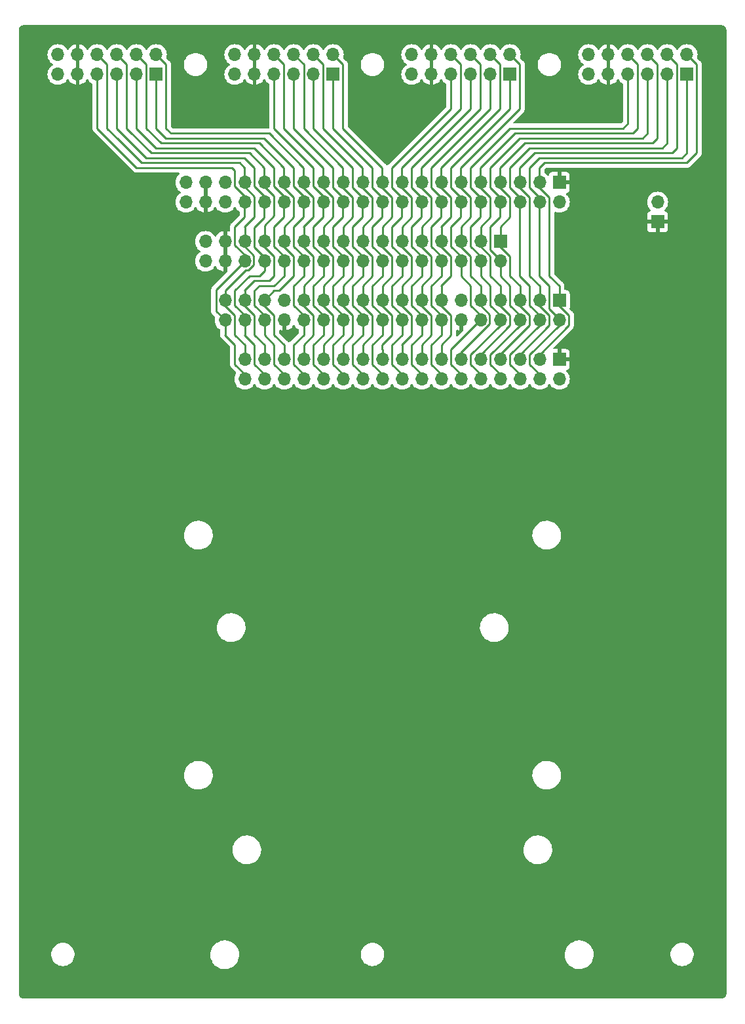
<source format=gbl>
G04 #@! TF.GenerationSoftware,KiCad,Pcbnew,7.0.11-7.0.11~ubuntu20.04.1*
G04 #@! TF.CreationDate,2024-08-20T17:51:29+02:00*
G04 #@! TF.ProjectId,kicad-kria-pmod-alinx,6b696361-642d-46b7-9269-612d706d6f64,1.0*
G04 #@! TF.SameCoordinates,Original*
G04 #@! TF.FileFunction,Copper,L2,Bot*
G04 #@! TF.FilePolarity,Positive*
%FSLAX46Y46*%
G04 Gerber Fmt 4.6, Leading zero omitted, Abs format (unit mm)*
G04 Created by KiCad (PCBNEW 7.0.11-7.0.11~ubuntu20.04.1) date 2024-08-20 17:51:29*
%MOMM*%
%LPD*%
G01*
G04 APERTURE LIST*
G04 #@! TA.AperFunction,ComponentPad*
%ADD10R,1.700000X1.700000*%
G04 #@! TD*
G04 #@! TA.AperFunction,ComponentPad*
%ADD11O,1.700000X1.700000*%
G04 #@! TD*
G04 #@! TA.AperFunction,Conductor*
%ADD12C,0.250000*%
G04 #@! TD*
G04 APERTURE END LIST*
D10*
X111765000Y-30485000D03*
D11*
X111765000Y-27945000D03*
X109225000Y-30485000D03*
X109225000Y-27945000D03*
X106685000Y-30485000D03*
X106685000Y-27945000D03*
X104145000Y-30485000D03*
X104145000Y-27945000D03*
X101605000Y-30485000D03*
X101605000Y-27945000D03*
X99065000Y-30485000D03*
X99065000Y-27945000D03*
D10*
X88905000Y-30485000D03*
D11*
X88905000Y-27945000D03*
X86365000Y-30485000D03*
X86365000Y-27945000D03*
X83825000Y-30485000D03*
X83825000Y-27945000D03*
X81285000Y-30485000D03*
X81285000Y-27945000D03*
X78745000Y-30485000D03*
X78745000Y-27945000D03*
X76205000Y-30485000D03*
X76205000Y-27945000D03*
D10*
X140980000Y-59700000D03*
D11*
X140980000Y-62240000D03*
X138440000Y-59700000D03*
X138440000Y-62240000D03*
X135900000Y-59700000D03*
X135900000Y-62240000D03*
X133360000Y-59700000D03*
X133360000Y-62240000D03*
X130820000Y-59700000D03*
X130820000Y-62240000D03*
X128280000Y-59700000D03*
X128280000Y-62240000D03*
X125740000Y-59700000D03*
X125740000Y-62240000D03*
X123200000Y-59700000D03*
X123200000Y-62240000D03*
X120660000Y-59700000D03*
X120660000Y-62240000D03*
X118120000Y-59700000D03*
X118120000Y-62240000D03*
X115580000Y-59700000D03*
X115580000Y-62240000D03*
X113040000Y-59700000D03*
X113040000Y-62240000D03*
X110500000Y-59700000D03*
X110500000Y-62240000D03*
X107960000Y-59700000D03*
X107960000Y-62240000D03*
X105420000Y-59700000D03*
X105420000Y-62240000D03*
X102880000Y-59700000D03*
X102880000Y-62240000D03*
X100340000Y-59700000D03*
X100340000Y-62240000D03*
X97800000Y-59700000D03*
X97800000Y-62240000D03*
D10*
X140980000Y-44455000D03*
D11*
X140980000Y-46995000D03*
X138440000Y-44455000D03*
X138440000Y-46995000D03*
X135900000Y-44455000D03*
X135900000Y-46995000D03*
X133360000Y-44455000D03*
X133360000Y-46995000D03*
X130820000Y-44455000D03*
X130820000Y-46995000D03*
X128280000Y-44455000D03*
X128280000Y-46995000D03*
X125740000Y-44455000D03*
X125740000Y-46995000D03*
X123200000Y-44455000D03*
X123200000Y-46995000D03*
X120660000Y-44455000D03*
X120660000Y-46995000D03*
X118120000Y-44455000D03*
X118120000Y-46995000D03*
X115580000Y-44455000D03*
X115580000Y-46995000D03*
X113040000Y-44455000D03*
X113040000Y-46995000D03*
X110500000Y-44455000D03*
X110500000Y-46995000D03*
X107960000Y-44455000D03*
X107960000Y-46995000D03*
X105420000Y-44455000D03*
X105420000Y-46995000D03*
X102880000Y-44455000D03*
X102880000Y-46995000D03*
X100340000Y-44455000D03*
X100340000Y-46995000D03*
X97800000Y-44455000D03*
X97800000Y-46995000D03*
X95260000Y-44455000D03*
X95260000Y-46995000D03*
X92720000Y-44455000D03*
X92720000Y-46995000D03*
D10*
X157485000Y-30485000D03*
D11*
X157485000Y-27945000D03*
X154945000Y-30485000D03*
X154945000Y-27945000D03*
X152405000Y-30485000D03*
X152405000Y-27945000D03*
X149865000Y-30485000D03*
X149865000Y-27945000D03*
X147325000Y-30485000D03*
X147325000Y-27945000D03*
X144785000Y-30485000D03*
X144785000Y-27945000D03*
D10*
X153680000Y-49535000D03*
D11*
X153680000Y-46995000D03*
D10*
X134625000Y-30485000D03*
D11*
X134625000Y-27945000D03*
X132085000Y-30485000D03*
X132085000Y-27945000D03*
X129545000Y-30485000D03*
X129545000Y-27945000D03*
X127005000Y-30485000D03*
X127005000Y-27945000D03*
X124465000Y-30485000D03*
X124465000Y-27945000D03*
X121925000Y-30485000D03*
X121925000Y-27945000D03*
D10*
X140980000Y-67320000D03*
D11*
X140980000Y-69860000D03*
X138440000Y-67320000D03*
X138440000Y-69860000D03*
X135900000Y-67320000D03*
X135900000Y-69860000D03*
X133360000Y-67320000D03*
X133360000Y-69860000D03*
X130820000Y-67320000D03*
X130820000Y-69860000D03*
X128280000Y-67320000D03*
X128280000Y-69860000D03*
X125740000Y-67320000D03*
X125740000Y-69860000D03*
X123200000Y-67320000D03*
X123200000Y-69860000D03*
X120660000Y-67320000D03*
X120660000Y-69860000D03*
X118120000Y-67320000D03*
X118120000Y-69860000D03*
X115580000Y-67320000D03*
X115580000Y-69860000D03*
X113040000Y-67320000D03*
X113040000Y-69860000D03*
X110500000Y-67320000D03*
X110500000Y-69860000D03*
X107960000Y-67320000D03*
X107960000Y-69860000D03*
X105420000Y-67320000D03*
X105420000Y-69860000D03*
X102880000Y-67320000D03*
X102880000Y-69860000D03*
X100340000Y-67320000D03*
X100340000Y-69860000D03*
D10*
X133360000Y-52075000D03*
D11*
X133360000Y-54615000D03*
X130820000Y-52075000D03*
X130820000Y-54615000D03*
X128280000Y-52075000D03*
X128280000Y-54615000D03*
X125740000Y-52075000D03*
X125740000Y-54615000D03*
X123200000Y-52075000D03*
X123200000Y-54615000D03*
X120660000Y-52075000D03*
X120660000Y-54615000D03*
X118120000Y-52075000D03*
X118120000Y-54615000D03*
X115580000Y-52075000D03*
X115580000Y-54615000D03*
X113040000Y-52075000D03*
X113040000Y-54615000D03*
X110500000Y-52075000D03*
X110500000Y-54615000D03*
X107960000Y-52075000D03*
X107960000Y-54615000D03*
X105420000Y-52075000D03*
X105420000Y-54615000D03*
X102880000Y-52075000D03*
X102880000Y-54615000D03*
X100340000Y-52075000D03*
X100340000Y-54615000D03*
X97800000Y-52075000D03*
X97800000Y-54615000D03*
X95260000Y-52075000D03*
X95260000Y-54615000D03*
D12*
X140980000Y-59700000D02*
X140980000Y-60325000D01*
X140975000Y-60330000D02*
X142245000Y-61600000D01*
X140980000Y-60325000D02*
X140975000Y-60330000D01*
X142245000Y-61600000D02*
X142245000Y-62870000D01*
X138440000Y-66675000D02*
X138440000Y-67320000D01*
X142245000Y-62870000D02*
X138440000Y-66675000D01*
X138440000Y-69860000D02*
X138440000Y-69225000D01*
X138440000Y-69225000D02*
X137165000Y-67950000D01*
X137165000Y-67950000D02*
X137165000Y-66680000D01*
X140980000Y-62865000D02*
X140980000Y-62240000D01*
X137165000Y-66680000D02*
X140980000Y-62865000D01*
X138440000Y-59700000D02*
X138435000Y-59705000D01*
X138435000Y-59705000D02*
X138435000Y-60330000D01*
X138435000Y-60330000D02*
X139705000Y-61600000D01*
X139705000Y-61600000D02*
X139705000Y-62870000D01*
X139705000Y-62870000D02*
X135900000Y-66675000D01*
X135900000Y-66675000D02*
X135900000Y-67320000D01*
X135900000Y-69860000D02*
X135900000Y-69225000D01*
X135900000Y-69225000D02*
X134625000Y-67950000D01*
X134625000Y-67950000D02*
X134625000Y-66680000D01*
X134625000Y-66680000D02*
X138440000Y-62865000D01*
X138440000Y-62865000D02*
X138440000Y-62240000D01*
X133360000Y-67320000D02*
X133360000Y-66685000D01*
X133360000Y-66685000D02*
X133355000Y-66680000D01*
X135900000Y-60325000D02*
X135900000Y-59700000D01*
X133355000Y-66680000D02*
X137165000Y-62870000D01*
X137165000Y-62870000D02*
X137165000Y-61600000D01*
X137165000Y-61600000D02*
X135895000Y-60330000D01*
X135895000Y-60330000D02*
X135900000Y-60325000D01*
X133360000Y-69860000D02*
X133360000Y-69225000D01*
X133360000Y-69225000D02*
X132085000Y-67950000D01*
X132085000Y-67950000D02*
X132085000Y-66680000D01*
X132085000Y-66680000D02*
X135900000Y-62865000D01*
X135900000Y-62865000D02*
X135900000Y-62240000D01*
X133360000Y-59700000D02*
X133360000Y-60325000D01*
X133360000Y-60325000D02*
X133355000Y-60330000D01*
X134625000Y-61600000D02*
X134625000Y-62870000D01*
X133355000Y-60330000D02*
X134625000Y-61600000D01*
X134625000Y-62870000D02*
X130820000Y-66675000D01*
X130820000Y-66675000D02*
X130820000Y-67320000D01*
X135900000Y-62240000D02*
X135900000Y-61605000D01*
X135900000Y-61605000D02*
X134625000Y-60330000D01*
X134625000Y-60330000D02*
X134625000Y-57790000D01*
X134625000Y-57790000D02*
X133360000Y-56525000D01*
X133360000Y-56525000D02*
X133360000Y-54620000D01*
X130820000Y-69860000D02*
X130820000Y-69225000D01*
X130820000Y-69225000D02*
X129545000Y-67950000D01*
X129545000Y-67950000D02*
X129545000Y-66680000D01*
X129545000Y-66680000D02*
X133360000Y-62865000D01*
X133360000Y-62865000D02*
X133360000Y-62240000D01*
X130820000Y-59700000D02*
X130820000Y-60325000D01*
X130820000Y-60325000D02*
X131995000Y-61500000D01*
X131995000Y-61500000D02*
X131995000Y-62726701D01*
X128275000Y-66446701D02*
X128275000Y-67315000D01*
X128275000Y-67315000D02*
X128280000Y-67320000D01*
X131995000Y-62726701D02*
X128275000Y-66446701D01*
X128280000Y-69860000D02*
X128280000Y-69225000D01*
X128280000Y-69225000D02*
X127005000Y-67950000D01*
X127005000Y-67950000D02*
X127005000Y-66045000D01*
X127005000Y-66045000D02*
X130810000Y-62240000D01*
X130810000Y-62240000D02*
X130820000Y-62240000D01*
X127005000Y-61600000D02*
X127005000Y-64140000D01*
X125735000Y-60330000D02*
X127005000Y-61600000D01*
X125740000Y-65405000D02*
X125740000Y-67320000D01*
X125740000Y-59700000D02*
X125735000Y-59705000D01*
X125735000Y-59705000D02*
X125735000Y-60330000D01*
X127005000Y-64140000D02*
X125740000Y-65405000D01*
X125740000Y-69860000D02*
X125740000Y-69225000D01*
X125740000Y-69225000D02*
X124465000Y-67950000D01*
X124465000Y-67950000D02*
X124465000Y-65410000D01*
X124465000Y-65410000D02*
X125740000Y-64135000D01*
X125740000Y-64135000D02*
X125740000Y-62240000D01*
X124465000Y-61600000D02*
X124465000Y-64140000D01*
X123200000Y-60325000D02*
X123195000Y-60330000D01*
X123200000Y-59700000D02*
X123200000Y-60325000D01*
X123195000Y-60330000D02*
X124465000Y-61600000D01*
X124465000Y-64140000D02*
X123200000Y-65405000D01*
X123200000Y-65405000D02*
X123200000Y-67320000D01*
X123200000Y-69860000D02*
X123200000Y-69225000D01*
X121925000Y-65410000D02*
X123200000Y-64135000D01*
X123200000Y-69225000D02*
X121925000Y-67950000D01*
X121925000Y-67950000D02*
X121925000Y-65410000D01*
X123200000Y-64135000D02*
X123200000Y-62240000D01*
X121925000Y-64140000D02*
X120655000Y-65410000D01*
X120660000Y-60325000D02*
X120655000Y-60330000D01*
X120660000Y-59700000D02*
X120660000Y-60325000D01*
X120655000Y-60330000D02*
X121925000Y-61600000D01*
X121925000Y-61600000D02*
X121925000Y-64140000D01*
X120655000Y-65410000D02*
X120660000Y-65415000D01*
X120660000Y-65415000D02*
X120660000Y-67320000D01*
X120660000Y-69860000D02*
X120660000Y-69225000D01*
X120660000Y-69225000D02*
X119385000Y-67950000D01*
X119385000Y-67950000D02*
X119385000Y-65410000D01*
X119385000Y-65410000D02*
X120660000Y-64135000D01*
X120660000Y-64135000D02*
X120660000Y-62240000D01*
X118115000Y-65410000D02*
X118115000Y-66045000D01*
X119385000Y-64140000D02*
X118115000Y-65410000D01*
X118120000Y-60325000D02*
X118115000Y-60330000D01*
X118115000Y-66045000D02*
X118120000Y-66050000D01*
X118120000Y-59700000D02*
X118120000Y-60325000D01*
X118115000Y-60330000D02*
X119385000Y-61600000D01*
X119385000Y-61600000D02*
X119385000Y-64140000D01*
X118120000Y-66050000D02*
X118120000Y-67320000D01*
X118120000Y-69860000D02*
X118120000Y-69225000D01*
X118120000Y-69225000D02*
X116845000Y-67950000D01*
X116845000Y-67950000D02*
X116845000Y-65410000D01*
X116845000Y-65410000D02*
X118120000Y-64135000D01*
X118120000Y-64135000D02*
X118120000Y-62240000D01*
X116845000Y-61600000D02*
X116845000Y-64140000D01*
X116845000Y-64140000D02*
X115580000Y-65405000D01*
X115580000Y-65405000D02*
X115580000Y-67320000D01*
X115575000Y-60330000D02*
X116845000Y-61600000D01*
X115580000Y-59700000D02*
X115580000Y-60325000D01*
X115580000Y-60325000D02*
X115575000Y-60330000D01*
X115580000Y-69860000D02*
X115580000Y-69225000D01*
X115580000Y-69225000D02*
X114305000Y-67950000D01*
X114305000Y-67950000D02*
X114305000Y-65410000D01*
X114305000Y-65410000D02*
X115580000Y-64135000D01*
X115580000Y-64135000D02*
X115580000Y-62240000D01*
X114305000Y-61600000D02*
X114305000Y-64140000D01*
X113035000Y-60330000D02*
X114305000Y-61600000D01*
X113040000Y-59700000D02*
X113040000Y-60325000D01*
X113040000Y-60325000D02*
X113035000Y-60330000D01*
X114305000Y-64140000D02*
X113040000Y-65405000D01*
X113040000Y-65405000D02*
X113040000Y-67320000D01*
X113040000Y-69860000D02*
X113040000Y-69225000D01*
X111765000Y-67950000D02*
X111765000Y-65410000D01*
X113040000Y-69225000D02*
X111765000Y-67950000D01*
X111765000Y-65410000D02*
X113040000Y-64135000D01*
X113040000Y-64135000D02*
X113040000Y-62240000D01*
X111765000Y-61600000D02*
X111765000Y-64140000D01*
X110495000Y-60330000D02*
X111765000Y-61600000D01*
X110500000Y-59700000D02*
X110500000Y-60325000D01*
X110500000Y-60325000D02*
X110495000Y-60330000D01*
X111765000Y-64140000D02*
X110500000Y-65405000D01*
X110500000Y-65405000D02*
X110500000Y-67320000D01*
X110500000Y-69860000D02*
X110500000Y-69225000D01*
X110500000Y-69225000D02*
X109225000Y-67950000D01*
X109225000Y-67950000D02*
X109225000Y-65410000D01*
X109225000Y-65410000D02*
X110500000Y-64135000D01*
X110500000Y-64135000D02*
X110500000Y-62240000D01*
X109225000Y-61600000D02*
X109225000Y-64140000D01*
X107960000Y-59700000D02*
X107960000Y-60325000D01*
X107955000Y-60330000D02*
X109225000Y-61600000D01*
X107960000Y-60325000D02*
X107955000Y-60330000D01*
X109225000Y-64140000D02*
X107960000Y-65405000D01*
X107960000Y-65405000D02*
X107960000Y-67320000D01*
X107960000Y-69860000D02*
X107960000Y-69225000D01*
X107960000Y-69225000D02*
X106685000Y-67950000D01*
X106685000Y-67950000D02*
X106685000Y-65410000D01*
X106685000Y-65410000D02*
X107960000Y-64135000D01*
X107960000Y-64135000D02*
X107960000Y-62240000D01*
X104145000Y-61600000D02*
X104145000Y-64140000D01*
X102875000Y-60330000D02*
X104145000Y-61600000D01*
X102880000Y-59700000D02*
X102880000Y-60325000D01*
X102880000Y-60325000D02*
X102875000Y-60330000D01*
X104145000Y-64140000D02*
X105420000Y-65415000D01*
X105420000Y-65415000D02*
X105420000Y-67320000D01*
X105420000Y-69860000D02*
X105420000Y-69225000D01*
X105420000Y-69225000D02*
X104145000Y-67950000D01*
X104145000Y-67950000D02*
X104145000Y-65410000D01*
X104145000Y-65410000D02*
X102880000Y-64145000D01*
X102880000Y-64145000D02*
X102880000Y-62240000D01*
X100340000Y-59700000D02*
X100340000Y-60325000D01*
X100340000Y-60325000D02*
X100335000Y-60330000D01*
X100335000Y-60330000D02*
X101605000Y-61600000D01*
X101605000Y-61600000D02*
X101605000Y-64140000D01*
X101605000Y-64140000D02*
X102880000Y-65415000D01*
X102880000Y-65415000D02*
X102880000Y-67320000D01*
X102880000Y-69860000D02*
X102880000Y-69225000D01*
X102880000Y-69225000D02*
X101605000Y-67950000D01*
X101605000Y-67950000D02*
X101605000Y-65410000D01*
X100340000Y-64135000D02*
X100340000Y-62240000D01*
X101605000Y-65410000D02*
X100335000Y-64140000D01*
X100335000Y-64140000D02*
X100340000Y-64135000D01*
X100340000Y-69860000D02*
X100340000Y-69225000D01*
X100340000Y-69225000D02*
X99065000Y-67950000D01*
X99065000Y-67950000D02*
X99065000Y-65410000D01*
X99065000Y-65410000D02*
X97795000Y-64140000D01*
X97795000Y-64140000D02*
X97800000Y-64135000D01*
X97800000Y-64135000D02*
X97800000Y-62240000D01*
X97800000Y-59700000D02*
X97800000Y-60325000D01*
X97800000Y-60325000D02*
X97795000Y-60330000D01*
X97795000Y-60330000D02*
X99065000Y-61600000D01*
X99065000Y-61600000D02*
X99065000Y-64140000D01*
X99065000Y-64140000D02*
X100340000Y-65415000D01*
X100340000Y-65415000D02*
X100340000Y-67320000D01*
X128275000Y-46995000D02*
X128275000Y-46360000D01*
X128275000Y-46360000D02*
X127005000Y-45090000D01*
X127005000Y-45090000D02*
X127005000Y-42550000D01*
X134625000Y-34930000D02*
X134625000Y-30485000D01*
X127005000Y-42550000D02*
X134625000Y-34930000D01*
X138435000Y-44455000D02*
X138435000Y-45090000D01*
X138435000Y-45090000D02*
X139705000Y-46360000D01*
X139705000Y-46360000D02*
X139705000Y-56520000D01*
X139705000Y-56520000D02*
X140980000Y-57795000D01*
X140980000Y-57795000D02*
X140980000Y-59700000D01*
X139705000Y-57790000D02*
X138435000Y-56520000D01*
X140980000Y-61605000D02*
X140975000Y-61600000D01*
X140980000Y-62240000D02*
X140980000Y-61605000D01*
X140975000Y-61600000D02*
X140530000Y-61600000D01*
X140530000Y-61600000D02*
X139705000Y-60775000D01*
X138435000Y-56520000D02*
X138435000Y-46995000D01*
X139705000Y-60775000D02*
X139705000Y-57790000D01*
X135895000Y-44455000D02*
X135895000Y-45090000D01*
X135895000Y-45090000D02*
X137165000Y-46360000D01*
X137165000Y-56520000D02*
X138440000Y-57795000D01*
X137165000Y-46360000D02*
X137165000Y-56520000D01*
X138440000Y-57795000D02*
X138440000Y-59700000D01*
X138440000Y-62240000D02*
X138440000Y-61605000D01*
X138440000Y-61605000D02*
X137165000Y-60330000D01*
X137165000Y-60330000D02*
X137165000Y-57790000D01*
X137165000Y-57790000D02*
X135895000Y-56520000D01*
X135895000Y-56520000D02*
X135895000Y-46995000D01*
X133360000Y-52080000D02*
X133360000Y-52705000D01*
X133360000Y-52705000D02*
X133355000Y-52710000D01*
X133355000Y-52710000D02*
X134625000Y-53980000D01*
X134625000Y-53980000D02*
X134625000Y-56520000D01*
X134625000Y-56520000D02*
X135900000Y-57795000D01*
X135900000Y-57795000D02*
X135900000Y-59700000D01*
X102880000Y-54620000D02*
X102880000Y-55880000D01*
X102880000Y-55880000D02*
X102240000Y-56520000D01*
X99065000Y-60330000D02*
X100340000Y-61605000D01*
X102240000Y-56520000D02*
X100970000Y-56520000D01*
X100970000Y-56520000D02*
X99065000Y-58425000D01*
X99065000Y-58425000D02*
X99065000Y-60330000D01*
X100340000Y-61605000D02*
X100340000Y-62240000D01*
X100340000Y-52080000D02*
X100340000Y-52705000D01*
X100340000Y-52705000D02*
X101515000Y-53880000D01*
X101515000Y-53880000D02*
X101515000Y-55106701D01*
X101515000Y-55106701D02*
X100826701Y-55795000D01*
X100826701Y-55795000D02*
X100425000Y-55795000D01*
X100425000Y-55795000D02*
X97800000Y-58420000D01*
X97800000Y-58420000D02*
X97800000Y-59700000D01*
X100340000Y-54620000D02*
X96625000Y-58335000D01*
X96625000Y-58335000D02*
X96625000Y-61065000D01*
X96625000Y-61065000D02*
X97800000Y-62240000D01*
X100340000Y-59700000D02*
X100340000Y-58430000D01*
X100340000Y-58430000D02*
X100335000Y-58425000D01*
X104145000Y-53980000D02*
X102875000Y-52710000D01*
X100335000Y-58425000D02*
X101605000Y-57155000D01*
X102880000Y-52705000D02*
X102880000Y-52080000D01*
X101605000Y-57155000D02*
X103510000Y-57155000D01*
X103510000Y-57155000D02*
X104145000Y-56520000D01*
X104145000Y-56520000D02*
X104145000Y-53980000D01*
X102875000Y-52710000D02*
X102880000Y-52705000D01*
X102880000Y-62240000D02*
X102880000Y-61605000D01*
X102880000Y-61605000D02*
X101605000Y-60330000D01*
X101605000Y-60330000D02*
X101605000Y-58425000D01*
X104145000Y-57790000D02*
X105420000Y-56515000D01*
X101605000Y-58425000D02*
X102240000Y-57790000D01*
X102240000Y-57790000D02*
X104145000Y-57790000D01*
X105420000Y-56515000D02*
X105420000Y-54620000D01*
X105420000Y-52080000D02*
X105420000Y-52705000D01*
X104780000Y-58425000D02*
X104145000Y-58425000D01*
X105420000Y-52705000D02*
X105415000Y-52710000D01*
X105415000Y-52710000D02*
X106685000Y-53980000D01*
X106685000Y-53980000D02*
X106685000Y-56520000D01*
X102880000Y-59690000D02*
X102880000Y-59700000D01*
X106685000Y-56520000D02*
X104780000Y-58425000D01*
X104145000Y-58425000D02*
X102880000Y-59690000D01*
X107960000Y-62240000D02*
X107960000Y-61605000D01*
X107960000Y-61605000D02*
X106685000Y-60330000D01*
X106685000Y-60330000D02*
X106685000Y-57790000D01*
X107960000Y-56515000D02*
X107960000Y-54620000D01*
X106685000Y-57790000D02*
X107960000Y-56515000D01*
X109225000Y-53980000D02*
X109225000Y-56520000D01*
X107955000Y-52710000D02*
X109225000Y-53980000D01*
X107960000Y-52080000D02*
X107960000Y-52705000D01*
X109225000Y-56520000D02*
X107960000Y-57785000D01*
X107960000Y-52705000D02*
X107955000Y-52710000D01*
X107960000Y-57785000D02*
X107960000Y-59700000D01*
X110500000Y-62240000D02*
X110500000Y-61605000D01*
X110500000Y-61605000D02*
X109225000Y-60330000D01*
X109225000Y-60330000D02*
X109225000Y-57790000D01*
X109225000Y-57790000D02*
X110500000Y-56515000D01*
X110500000Y-56515000D02*
X110500000Y-54620000D01*
X111765000Y-53980000D02*
X111765000Y-56520000D01*
X111765000Y-56520000D02*
X110500000Y-57785000D01*
X110495000Y-52710000D02*
X111765000Y-53980000D01*
X110500000Y-52080000D02*
X110500000Y-52705000D01*
X110500000Y-52705000D02*
X110495000Y-52710000D01*
X110500000Y-57785000D02*
X110500000Y-59700000D01*
X113040000Y-62240000D02*
X113040000Y-61605000D01*
X113040000Y-61605000D02*
X111765000Y-60330000D01*
X111765000Y-60330000D02*
X111765000Y-57790000D01*
X111765000Y-57790000D02*
X113040000Y-56515000D01*
X113040000Y-56515000D02*
X113040000Y-54620000D01*
X114305000Y-53980000D02*
X114305000Y-56520000D01*
X113035000Y-52710000D02*
X114305000Y-53980000D01*
X113040000Y-52080000D02*
X113040000Y-52705000D01*
X113040000Y-57785000D02*
X113040000Y-59700000D01*
X113040000Y-52705000D02*
X113035000Y-52710000D01*
X114305000Y-56520000D02*
X113040000Y-57785000D01*
X115580000Y-62240000D02*
X115580000Y-61605000D01*
X115580000Y-61605000D02*
X114305000Y-60330000D01*
X114305000Y-60330000D02*
X114305000Y-57790000D01*
X114305000Y-57790000D02*
X115580000Y-56515000D01*
X115580000Y-56515000D02*
X115580000Y-54620000D01*
X116845000Y-53980000D02*
X116845000Y-56520000D01*
X115575000Y-52710000D02*
X116845000Y-53980000D01*
X115580000Y-52080000D02*
X115580000Y-52705000D01*
X115580000Y-52705000D02*
X115575000Y-52710000D01*
X116845000Y-56520000D02*
X115580000Y-57785000D01*
X115580000Y-57785000D02*
X115580000Y-59700000D01*
X118120000Y-62240000D02*
X118120000Y-61605000D01*
X118120000Y-61605000D02*
X116845000Y-60330000D01*
X116845000Y-60330000D02*
X116845000Y-57790000D01*
X116845000Y-57790000D02*
X118120000Y-56515000D01*
X118120000Y-56515000D02*
X118120000Y-54620000D01*
X119385000Y-53980000D02*
X119385000Y-56520000D01*
X118115000Y-52710000D02*
X119385000Y-53980000D01*
X118120000Y-52080000D02*
X118120000Y-52705000D01*
X118120000Y-52705000D02*
X118115000Y-52710000D01*
X119385000Y-56520000D02*
X118120000Y-57785000D01*
X118120000Y-57785000D02*
X118120000Y-59700000D01*
X120660000Y-62240000D02*
X120660000Y-61605000D01*
X120660000Y-61605000D02*
X119385000Y-60330000D01*
X119385000Y-60330000D02*
X119385000Y-57790000D01*
X119385000Y-57790000D02*
X120660000Y-56515000D01*
X120660000Y-56515000D02*
X120660000Y-54620000D01*
X121925000Y-53980000D02*
X121925000Y-56520000D01*
X120655000Y-52710000D02*
X121925000Y-53980000D01*
X120660000Y-52080000D02*
X120660000Y-52705000D01*
X120660000Y-52705000D02*
X120655000Y-52710000D01*
X121925000Y-56520000D02*
X120660000Y-57785000D01*
X120660000Y-57785000D02*
X120660000Y-59700000D01*
X123200000Y-62240000D02*
X123200000Y-61605000D01*
X123200000Y-61605000D02*
X121925000Y-60330000D01*
X121925000Y-60330000D02*
X121925000Y-57790000D01*
X121925000Y-57790000D02*
X123200000Y-56515000D01*
X123200000Y-56515000D02*
X123200000Y-54620000D01*
X124465000Y-53980000D02*
X124465000Y-56520000D01*
X124465000Y-56520000D02*
X123200000Y-57785000D01*
X123195000Y-52710000D02*
X124465000Y-53980000D01*
X123200000Y-52080000D02*
X123200000Y-52705000D01*
X123200000Y-52705000D02*
X123195000Y-52710000D01*
X123200000Y-57785000D02*
X123200000Y-59700000D01*
X125740000Y-62240000D02*
X125740000Y-61605000D01*
X125740000Y-61605000D02*
X124465000Y-60330000D01*
X125740000Y-56515000D02*
X125740000Y-54620000D01*
X124465000Y-60330000D02*
X124465000Y-57790000D01*
X124465000Y-57790000D02*
X125740000Y-56515000D01*
X125740000Y-52705000D02*
X125735000Y-52710000D01*
X127005000Y-56520000D02*
X125735000Y-57790000D01*
X125740000Y-52080000D02*
X125740000Y-52705000D01*
X125735000Y-52710000D02*
X127005000Y-53980000D01*
X127005000Y-53980000D02*
X127005000Y-56520000D01*
X125735000Y-57790000D02*
X125740000Y-57795000D01*
X125740000Y-57795000D02*
X125740000Y-59700000D01*
X130820000Y-62240000D02*
X130820000Y-61605000D01*
X130820000Y-61605000D02*
X129545000Y-60330000D01*
X129545000Y-60330000D02*
X129545000Y-57790000D01*
X129545000Y-57790000D02*
X128280000Y-56525000D01*
X128280000Y-56525000D02*
X128280000Y-54620000D01*
X128275000Y-52710000D02*
X129545000Y-53980000D01*
X130820000Y-57795000D02*
X130820000Y-59700000D01*
X129545000Y-53980000D02*
X129545000Y-56520000D01*
X128280000Y-52080000D02*
X128275000Y-52085000D01*
X128275000Y-52085000D02*
X128275000Y-52710000D01*
X129545000Y-56520000D02*
X130820000Y-57795000D01*
X133360000Y-62240000D02*
X133360000Y-61605000D01*
X130820000Y-56525000D02*
X130820000Y-54620000D01*
X133360000Y-61605000D02*
X132085000Y-60330000D01*
X132085000Y-60330000D02*
X132085000Y-57790000D01*
X132085000Y-57790000D02*
X130820000Y-56525000D01*
X133360000Y-59700000D02*
X133360000Y-57795000D01*
X133360000Y-57795000D02*
X132085000Y-56520000D01*
X130820000Y-52715000D02*
X130820000Y-52080000D01*
X132085000Y-56520000D02*
X132085000Y-53980000D01*
X132085000Y-53980000D02*
X130820000Y-52715000D01*
X130820000Y-52080000D02*
X130820000Y-52705000D01*
X134625000Y-46360000D02*
X134625000Y-48900000D01*
X133355000Y-45090000D02*
X134625000Y-46360000D01*
X133355000Y-44455000D02*
X133355000Y-45090000D01*
X134625000Y-48900000D02*
X133360000Y-50165000D01*
X133360000Y-50165000D02*
X133360000Y-52080000D01*
X132085000Y-53155000D02*
X132085000Y-50170000D01*
X132910000Y-53980000D02*
X132085000Y-53155000D01*
X133355000Y-53980000D02*
X132910000Y-53980000D01*
X133360000Y-54620000D02*
X133360000Y-53985000D01*
X133360000Y-53985000D02*
X133355000Y-53980000D01*
X132085000Y-50170000D02*
X133355000Y-48900000D01*
X133355000Y-48900000D02*
X133355000Y-46995000D01*
X132085000Y-46360000D02*
X132085000Y-48900000D01*
X130815000Y-45090000D02*
X132085000Y-46360000D01*
X130815000Y-44455000D02*
X130815000Y-45090000D01*
X132085000Y-48900000D02*
X130820000Y-50165000D01*
X130820000Y-50165000D02*
X130820000Y-52080000D01*
X130820000Y-54620000D02*
X130820000Y-53985000D01*
X130820000Y-53985000D02*
X129545000Y-52710000D01*
X129545000Y-52710000D02*
X129545000Y-50170000D01*
X129545000Y-50170000D02*
X130815000Y-48900000D01*
X130815000Y-48900000D02*
X130815000Y-46995000D01*
X129545000Y-46360000D02*
X129545000Y-48900000D01*
X128275000Y-45090000D02*
X129545000Y-46360000D01*
X128275000Y-44455000D02*
X128275000Y-45090000D01*
X129545000Y-48900000D02*
X128280000Y-50165000D01*
X128280000Y-50165000D02*
X128280000Y-52080000D01*
X128280000Y-54620000D02*
X128280000Y-53985000D01*
X128280000Y-53985000D02*
X127005000Y-52710000D01*
X127005000Y-52710000D02*
X127005000Y-50170000D01*
X127005000Y-50170000D02*
X128275000Y-48900000D01*
X128275000Y-48900000D02*
X128275000Y-46995000D01*
X127005000Y-48900000D02*
X125735000Y-50170000D01*
X125735000Y-50170000D02*
X125740000Y-50175000D01*
X125735000Y-44455000D02*
X125735000Y-45090000D01*
X125735000Y-45090000D02*
X127005000Y-46360000D01*
X127005000Y-46360000D02*
X127005000Y-48900000D01*
X125740000Y-50175000D02*
X125740000Y-52080000D01*
X125740000Y-54620000D02*
X125740000Y-53985000D01*
X125735000Y-48900000D02*
X125735000Y-46995000D01*
X125740000Y-53985000D02*
X124465000Y-52710000D01*
X124465000Y-52710000D02*
X124465000Y-50170000D01*
X124465000Y-50170000D02*
X125735000Y-48900000D01*
X124465000Y-46360000D02*
X124465000Y-48900000D01*
X123195000Y-45090000D02*
X124465000Y-46360000D01*
X123195000Y-44455000D02*
X123195000Y-45090000D01*
X124465000Y-48900000D02*
X123200000Y-50165000D01*
X123200000Y-50165000D02*
X123200000Y-52080000D01*
X120655000Y-44455000D02*
X120655000Y-45090000D01*
X120655000Y-45090000D02*
X121925000Y-46360000D01*
X121925000Y-46360000D02*
X121925000Y-48900000D01*
X123200000Y-54620000D02*
X123200000Y-53985000D01*
X121925000Y-52710000D02*
X121925000Y-50170000D01*
X123200000Y-53985000D02*
X121925000Y-52710000D01*
X121925000Y-50170000D02*
X123195000Y-48900000D01*
X123195000Y-48900000D02*
X123195000Y-46995000D01*
X121925000Y-48900000D02*
X120660000Y-50165000D01*
X120660000Y-50165000D02*
X120660000Y-52080000D01*
X88270000Y-40645000D02*
X85412500Y-37787500D01*
X85095000Y-37470000D02*
X85412500Y-37787500D01*
X83825000Y-27945000D02*
X85095000Y-29215000D01*
X85095000Y-29215000D02*
X85095000Y-37470000D01*
X100335000Y-46995000D02*
X100335000Y-46233000D01*
X100335000Y-46233000D02*
X99065000Y-44963000D01*
X99065000Y-44963000D02*
X99065000Y-42931000D01*
X99065000Y-42931000D02*
X98684000Y-42550000D01*
X98684000Y-42550000D02*
X86365000Y-42550000D01*
X86365000Y-42550000D02*
X81285000Y-37470000D01*
X81285000Y-37470000D02*
X81285000Y-30485000D01*
X100335000Y-44455000D02*
X100335000Y-42550000D01*
X82555000Y-37469302D02*
X82555000Y-29215000D01*
X82555000Y-29215000D02*
X81285000Y-27945000D01*
X100335000Y-42550000D02*
X99700000Y-41915000D01*
X99700000Y-41915000D02*
X87000000Y-41915000D01*
X87000000Y-41915000D02*
X84011396Y-38926396D01*
X84011396Y-38926396D02*
X84011396Y-38925698D01*
X84011396Y-38925698D02*
X82555000Y-37469302D01*
X83825000Y-30485000D02*
X83825000Y-37470000D01*
X83825000Y-37470000D02*
X87635000Y-41280000D01*
X100335000Y-41280000D02*
X101605000Y-42550000D01*
X87635000Y-41280000D02*
X100335000Y-41280000D01*
X101605000Y-42550000D02*
X101605000Y-44963000D01*
X101605000Y-44963000D02*
X102875000Y-46233000D01*
X102875000Y-46233000D02*
X102875000Y-46995000D01*
X86365000Y-30485000D02*
X86365000Y-37470000D01*
X86365000Y-37470000D02*
X88905000Y-40010000D01*
X88905000Y-40010000D02*
X101605000Y-40010000D01*
X101605000Y-40010000D02*
X104145000Y-42550000D01*
X104145000Y-42550000D02*
X104145000Y-44963000D01*
X104145000Y-44963000D02*
X105415000Y-46233000D01*
X105415000Y-46233000D02*
X105415000Y-46995000D01*
X105415000Y-44455000D02*
X105415000Y-42550000D01*
X105415000Y-42550000D02*
X102240000Y-39375000D01*
X102240000Y-39375000D02*
X89540000Y-39375000D01*
X89540000Y-39375000D02*
X87635000Y-37470000D01*
X87635000Y-37470000D02*
X87635000Y-29215000D01*
X87635000Y-29215000D02*
X86365000Y-27945000D01*
X107955000Y-46995000D02*
X107955000Y-46233000D01*
X107955000Y-46233000D02*
X106685000Y-44963000D01*
X106685000Y-44963000D02*
X106685000Y-42550000D01*
X88905000Y-37470000D02*
X88905000Y-30485000D01*
X106685000Y-42550000D02*
X102875000Y-38740000D01*
X102875000Y-38740000D02*
X90175000Y-38740000D01*
X90175000Y-38740000D02*
X88905000Y-37470000D01*
X88905000Y-27945000D02*
X90175000Y-29215000D01*
X90175000Y-29215000D02*
X90175000Y-37470000D01*
X90175000Y-37470000D02*
X90810000Y-38105000D01*
X90810000Y-38105000D02*
X103510000Y-38105000D01*
X103510000Y-38105000D02*
X107955000Y-42550000D01*
X107955000Y-42550000D02*
X107955000Y-44455000D01*
X104145000Y-30485000D02*
X104145000Y-37470000D01*
X104145000Y-37470000D02*
X109225000Y-42550000D01*
X109225000Y-42550000D02*
X109225000Y-44963000D01*
X109225000Y-44963000D02*
X110495000Y-46233000D01*
X110495000Y-46233000D02*
X110495000Y-46995000D01*
X104145000Y-27945000D02*
X105415000Y-29215000D01*
X105415000Y-29215000D02*
X105415000Y-37470000D01*
X105415000Y-37470000D02*
X110495000Y-42550000D01*
X110495000Y-42550000D02*
X110495000Y-44455000D01*
X106685000Y-30485000D02*
X106685000Y-37468604D01*
X106685000Y-37468604D02*
X111765000Y-42548604D01*
X111765000Y-42548604D02*
X111765000Y-45090000D01*
X111765000Y-45090000D02*
X113035000Y-46360000D01*
X113035000Y-46360000D02*
X113035000Y-46995000D01*
X113035000Y-44455000D02*
X113035000Y-42548604D01*
X113035000Y-42548604D02*
X107955698Y-37469302D01*
X107955698Y-37469302D02*
X107955698Y-29215698D01*
X107955698Y-29215698D02*
X106685000Y-27945000D01*
X109225000Y-30485000D02*
X109225000Y-37470000D01*
X109225000Y-37470000D02*
X114305000Y-42550000D01*
X114305000Y-42550000D02*
X114305000Y-45090000D01*
X114305000Y-45090000D02*
X115575000Y-46360000D01*
X115575000Y-46360000D02*
X115575000Y-46995000D01*
X115575000Y-44455000D02*
X115575000Y-42550000D01*
X115575000Y-42550000D02*
X110495000Y-37470000D01*
X110495000Y-37470000D02*
X110495000Y-29215000D01*
X110495000Y-29215000D02*
X109225000Y-27945000D01*
X111765000Y-30485000D02*
X111765000Y-37470000D01*
X111765000Y-37470000D02*
X116845000Y-42550000D01*
X116845000Y-42550000D02*
X116845000Y-45090000D01*
X116845000Y-45090000D02*
X118115000Y-46360000D01*
X118115000Y-46360000D02*
X118115000Y-46995000D01*
X111765000Y-27945000D02*
X113035000Y-29215000D01*
X113035000Y-29215000D02*
X113035000Y-37470000D01*
X113035000Y-37470000D02*
X118115000Y-42550000D01*
X118115000Y-42550000D02*
X118115000Y-44455000D01*
X120655000Y-46995000D02*
X120655000Y-46360000D01*
X127005000Y-34930000D02*
X127005000Y-30485000D01*
X120655000Y-46360000D02*
X119385000Y-45090000D01*
X119385000Y-45090000D02*
X119385000Y-42550000D01*
X119385000Y-42550000D02*
X127005000Y-34930000D01*
X128275000Y-29215000D02*
X128275000Y-34930000D01*
X127005000Y-27945000D02*
X128275000Y-29215000D01*
X128275000Y-34930000D02*
X120655000Y-42550000D01*
X120655000Y-42550000D02*
X120655000Y-44455000D01*
X121925000Y-45090000D02*
X121925000Y-42550000D01*
X123195000Y-46360000D02*
X121925000Y-45090000D01*
X121925000Y-42550000D02*
X129545000Y-34930000D01*
X129545000Y-34930000D02*
X129545000Y-30485000D01*
X123195000Y-46995000D02*
X123195000Y-46360000D01*
X130815000Y-34930000D02*
X123195000Y-42550000D01*
X129545000Y-27945000D02*
X130815000Y-29215000D01*
X130815000Y-29215000D02*
X130815000Y-34930000D01*
X123195000Y-42550000D02*
X123195000Y-44455000D01*
X124465000Y-45090000D02*
X124465000Y-42550000D01*
X125735000Y-46360000D02*
X124465000Y-45090000D01*
X125735000Y-46995000D02*
X125735000Y-46360000D01*
X124465000Y-42550000D02*
X132085000Y-34930000D01*
X132085000Y-34930000D02*
X132085000Y-30485000D01*
X133355000Y-34930000D02*
X125735000Y-42550000D01*
X132085000Y-27945000D02*
X133355000Y-29215000D01*
X133355000Y-29215000D02*
X133355000Y-34930000D01*
X125735000Y-42550000D02*
X125735000Y-44455000D01*
X128275000Y-44455000D02*
X128275000Y-42550000D01*
X128275000Y-42550000D02*
X135895000Y-34930000D01*
X135895000Y-34930000D02*
X135895000Y-29215000D01*
X135895000Y-29215000D02*
X134625000Y-27945000D01*
X130815000Y-46995000D02*
X130815000Y-46360000D01*
X129545000Y-45090000D02*
X129545000Y-42550000D01*
X130815000Y-46360000D02*
X129545000Y-45090000D01*
X129545000Y-42550000D02*
X134625000Y-37470000D01*
X134625000Y-37470000D02*
X149230000Y-37470000D01*
X149230000Y-37470000D02*
X149865000Y-36835000D01*
X149865000Y-36835000D02*
X149865000Y-30485000D01*
X149865000Y-27945000D02*
X151135000Y-29215000D01*
X151135000Y-29215000D02*
X151135000Y-37470000D01*
X151135000Y-37470000D02*
X150500000Y-38105000D01*
X150500000Y-38105000D02*
X135260000Y-38105000D01*
X135260000Y-38105000D02*
X130815000Y-42550000D01*
X130815000Y-42550000D02*
X130815000Y-44455000D01*
X133355000Y-46995000D02*
X133355000Y-46360000D01*
X133355000Y-46360000D02*
X132085000Y-45090000D01*
X132085000Y-45090000D02*
X132085000Y-42550000D01*
X132085000Y-42550000D02*
X135895000Y-38740000D01*
X135895000Y-38740000D02*
X151770000Y-38740000D01*
X151770000Y-38740000D02*
X152405000Y-38105000D01*
X152405000Y-38105000D02*
X152405000Y-30485000D01*
X152405000Y-27945000D02*
X153675000Y-29215000D01*
X153675000Y-29215000D02*
X153675000Y-38740000D01*
X136530000Y-39375000D02*
X133355000Y-42550000D01*
X133355000Y-42550000D02*
X133355000Y-44455000D01*
X153675000Y-38740000D02*
X153040000Y-39375000D01*
X153040000Y-39375000D02*
X136530000Y-39375000D01*
X135895000Y-46995000D02*
X135895000Y-46360000D01*
X137165000Y-40010000D02*
X154310000Y-40010000D01*
X135895000Y-46360000D02*
X134625000Y-45090000D01*
X134625000Y-45090000D02*
X134625000Y-42550000D01*
X154310000Y-40010000D02*
X154945000Y-39375000D01*
X134625000Y-42550000D02*
X137165000Y-40010000D01*
X154945000Y-39375000D02*
X154945000Y-30485000D01*
X135895000Y-44455000D02*
X135895000Y-42550000D01*
X156215000Y-40010000D02*
X156215000Y-29215000D01*
X135895000Y-42550000D02*
X137800000Y-40645000D01*
X137800000Y-40645000D02*
X155580000Y-40645000D01*
X155580000Y-40645000D02*
X156215000Y-40010000D01*
X156215000Y-29215000D02*
X154945000Y-27945000D01*
X138435000Y-46995000D02*
X138435000Y-46360000D01*
X138435000Y-46360000D02*
X137165000Y-45090000D01*
X137165000Y-45090000D02*
X137165000Y-42550000D01*
X137165000Y-42550000D02*
X138435000Y-41280000D01*
X138435000Y-41280000D02*
X156850000Y-41280000D01*
X156850000Y-41280000D02*
X157485000Y-40645000D01*
X157485000Y-40645000D02*
X157485000Y-30485000D01*
X157485000Y-27945000D02*
X158755000Y-29215000D01*
X158755000Y-29215000D02*
X158755000Y-40645000D01*
X158755000Y-40645000D02*
X157485000Y-41915000D01*
X157485000Y-41915000D02*
X139070000Y-41915000D01*
X139070000Y-41915000D02*
X138435000Y-42550000D01*
X138435000Y-42550000D02*
X138435000Y-44455000D01*
X120660000Y-54620000D02*
X120660000Y-53985000D01*
X120660000Y-53985000D02*
X119385000Y-52710000D01*
X119385000Y-52710000D02*
X119385000Y-50170000D01*
X119385000Y-50170000D02*
X120655000Y-48900000D01*
X120655000Y-48900000D02*
X120655000Y-46995000D01*
X107955000Y-48900000D02*
X107955000Y-46995000D01*
X106685000Y-52710000D02*
X106685000Y-50170000D01*
X107960000Y-54620000D02*
X107960000Y-53985000D01*
X106685000Y-50170000D02*
X107955000Y-48900000D01*
X107960000Y-53985000D02*
X106685000Y-52710000D01*
X109225000Y-48900000D02*
X107955000Y-50170000D01*
X107955000Y-45090000D02*
X109225000Y-46360000D01*
X107955000Y-44455000D02*
X107955000Y-45090000D01*
X109225000Y-46360000D02*
X109225000Y-48900000D01*
X107960000Y-50175000D02*
X107960000Y-52080000D01*
X107955000Y-50170000D02*
X107960000Y-50175000D01*
X104145000Y-52710000D02*
X104145000Y-50170000D01*
X105420000Y-53985000D02*
X104145000Y-52710000D01*
X104145000Y-50170000D02*
X105415000Y-48900000D01*
X105420000Y-54620000D02*
X105420000Y-53985000D01*
X105415000Y-48900000D02*
X105415000Y-46995000D01*
X105415000Y-44455000D02*
X105415000Y-45090000D01*
X105420000Y-50165000D02*
X105420000Y-52080000D01*
X106685000Y-48900000D02*
X105420000Y-50165000D01*
X105415000Y-45090000D02*
X106685000Y-46360000D01*
X106685000Y-46360000D02*
X106685000Y-48900000D01*
X101605000Y-52837000D02*
X101605000Y-50297000D01*
X102875000Y-49027000D02*
X102875000Y-46995000D01*
X101605000Y-50297000D02*
X102875000Y-49027000D01*
X102875000Y-54615000D02*
X102875000Y-54107000D01*
X102880000Y-54620000D02*
X102875000Y-54615000D01*
X102875000Y-54107000D02*
X101605000Y-52837000D01*
X100970000Y-40645000D02*
X88270000Y-40645000D01*
X102875000Y-44455000D02*
X102875000Y-44963000D01*
X102880000Y-50038000D02*
X102880000Y-52080000D01*
X104145000Y-46233000D02*
X104145000Y-48773000D01*
X102875000Y-44963000D02*
X104145000Y-46233000D01*
X102875000Y-44455000D02*
X102875000Y-42550000D01*
X102875000Y-42550000D02*
X100970000Y-40645000D01*
X104145000Y-48773000D02*
X102880000Y-50038000D01*
X100335000Y-48900000D02*
X99065000Y-50170000D01*
X99065000Y-50170000D02*
X99065000Y-52583000D01*
X100340000Y-53858000D02*
X100340000Y-54620000D01*
X99065000Y-52583000D02*
X100340000Y-53858000D01*
X100335000Y-46995000D02*
X100335000Y-48900000D01*
X100335000Y-50170000D02*
X100340000Y-50175000D01*
X101605000Y-48900000D02*
X100335000Y-50170000D01*
X100340000Y-50175000D02*
X100340000Y-52080000D01*
X101605000Y-46291150D02*
X101605000Y-48900000D01*
X100369425Y-44489425D02*
X100369425Y-45055575D01*
X100335000Y-44455000D02*
X100369425Y-44489425D01*
X100369425Y-45055575D02*
X101605000Y-46291150D01*
X116845000Y-52710000D02*
X116845000Y-50170000D01*
X116845000Y-50170000D02*
X118115000Y-48900000D01*
X118120000Y-53985000D02*
X116845000Y-52710000D01*
X118120000Y-54620000D02*
X118120000Y-53985000D01*
X118115000Y-48900000D02*
X118115000Y-46995000D01*
X119385000Y-48900000D02*
X118120000Y-50165000D01*
X118115000Y-45090000D02*
X119385000Y-46360000D01*
X119385000Y-46360000D02*
X119385000Y-48900000D01*
X118120000Y-50165000D02*
X118120000Y-52080000D01*
X118115000Y-44455000D02*
X118115000Y-45090000D01*
X115575000Y-48900000D02*
X115575000Y-46995000D01*
X114305000Y-50170000D02*
X115575000Y-48900000D01*
X115580000Y-53985000D02*
X114305000Y-52710000D01*
X114305000Y-52710000D02*
X114305000Y-50170000D01*
X115580000Y-54620000D02*
X115580000Y-53985000D01*
X115575000Y-45090000D02*
X116845000Y-46360000D01*
X115580000Y-50165000D02*
X115580000Y-52080000D01*
X115575000Y-44455000D02*
X115575000Y-45090000D01*
X116845000Y-46360000D02*
X116845000Y-48900000D01*
X116845000Y-48900000D02*
X115580000Y-50165000D01*
X113040000Y-54620000D02*
X113040000Y-53985000D01*
X111765000Y-52710000D02*
X111765000Y-50170000D01*
X113040000Y-53985000D02*
X111765000Y-52710000D01*
X113035000Y-48900000D02*
X113035000Y-46995000D01*
X111765000Y-50170000D02*
X113035000Y-48900000D01*
X113035000Y-44455000D02*
X113035000Y-45090000D01*
X114305000Y-46360000D02*
X114305000Y-48900000D01*
X113035000Y-45090000D02*
X114305000Y-46360000D01*
X114305000Y-48900000D02*
X113040000Y-50165000D01*
X113040000Y-50165000D02*
X113040000Y-52080000D01*
X110500000Y-53985000D02*
X109225000Y-52710000D01*
X110500000Y-54620000D02*
X110500000Y-53985000D01*
X109225000Y-50170000D02*
X110495000Y-48900000D01*
X109225000Y-52710000D02*
X109225000Y-50170000D01*
X110495000Y-48900000D02*
X110495000Y-46995000D01*
X110500000Y-50165000D02*
X110500000Y-52080000D01*
X111765000Y-48900000D02*
X110500000Y-50165000D01*
X110495000Y-45090000D02*
X111765000Y-46360000D01*
X110495000Y-44455000D02*
X110495000Y-45090000D01*
X111765000Y-46360000D02*
X111765000Y-48900000D01*
X130820000Y-52705000D02*
X130815000Y-52710000D01*
G04 #@! TA.AperFunction,Conductor*
G36*
X105670000Y-63570633D02*
G01*
X105883483Y-63513433D01*
X105883492Y-63513429D01*
X106097578Y-63413600D01*
X106291082Y-63278105D01*
X106458105Y-63111082D01*
X106588119Y-62925405D01*
X106642696Y-62881781D01*
X106712195Y-62874588D01*
X106774549Y-62906110D01*
X106791269Y-62925405D01*
X106921505Y-63111401D01*
X107088599Y-63278495D01*
X107281624Y-63413653D01*
X107325248Y-63468228D01*
X107334500Y-63515226D01*
X107334500Y-63824546D01*
X107314815Y-63891585D01*
X107298181Y-63912227D01*
X106301208Y-64909199D01*
X106288951Y-64919020D01*
X106289134Y-64919241D01*
X106283122Y-64924214D01*
X106237098Y-64973223D01*
X106234391Y-64976016D01*
X106214889Y-64995517D01*
X106214875Y-64995534D01*
X106212407Y-64998715D01*
X106204843Y-65007570D01*
X106174937Y-65039418D01*
X106174936Y-65039420D01*
X106165284Y-65056976D01*
X106154611Y-65073225D01*
X106147528Y-65082358D01*
X106090889Y-65123270D01*
X106021122Y-65127065D01*
X105960379Y-65092540D01*
X105949232Y-65079262D01*
X105946809Y-65075927D01*
X105940412Y-65066190D01*
X105918170Y-65028579D01*
X105918167Y-65028576D01*
X105918165Y-65028573D01*
X105904005Y-65014413D01*
X105891370Y-64999620D01*
X105879593Y-64983412D01*
X105845945Y-64955576D01*
X105837304Y-64947713D01*
X104806819Y-63917228D01*
X104773334Y-63855905D01*
X104770500Y-63829547D01*
X104770500Y-63621334D01*
X104790185Y-63554295D01*
X104842989Y-63508540D01*
X104912147Y-63498596D01*
X104946907Y-63508953D01*
X104956507Y-63513430D01*
X104956516Y-63513433D01*
X105170000Y-63570634D01*
X105170000Y-62675501D01*
X105277685Y-62724680D01*
X105384237Y-62740000D01*
X105455763Y-62740000D01*
X105562315Y-62724680D01*
X105670000Y-62675501D01*
X105670000Y-63570633D01*
G37*
G04 #@! TD.AperFunction*
G04 #@! TA.AperFunction,Conductor*
G36*
X128530000Y-63584045D02*
G01*
X128510315Y-63651084D01*
X128493681Y-63671726D01*
X127840919Y-64324488D01*
X127779596Y-64357973D01*
X127709904Y-64352989D01*
X127653971Y-64311117D01*
X127629554Y-64245653D01*
X127630217Y-64221260D01*
X127630500Y-64219020D01*
X127630500Y-64198983D01*
X127632027Y-64179582D01*
X127632073Y-64179292D01*
X127635160Y-64159804D01*
X127631050Y-64116324D01*
X127630500Y-64104655D01*
X127630500Y-63621334D01*
X127650185Y-63554295D01*
X127702989Y-63508540D01*
X127772147Y-63498596D01*
X127806907Y-63508953D01*
X127816507Y-63513430D01*
X127816516Y-63513433D01*
X128030000Y-63570634D01*
X128030000Y-62675501D01*
X128137685Y-62724680D01*
X128244237Y-62740000D01*
X128315763Y-62740000D01*
X128422315Y-62724680D01*
X128530000Y-62675501D01*
X128530000Y-63584045D01*
G37*
G04 #@! TD.AperFunction*
G04 #@! TA.AperFunction,Conductor*
G36*
X98050000Y-54179498D02*
G01*
X97942315Y-54130320D01*
X97835763Y-54115000D01*
X97764237Y-54115000D01*
X97657685Y-54130320D01*
X97550000Y-54179498D01*
X97550000Y-52510501D01*
X97657685Y-52559680D01*
X97764237Y-52575000D01*
X97835763Y-52575000D01*
X97942315Y-52559680D01*
X98050000Y-52510501D01*
X98050000Y-54179498D01*
G37*
G04 #@! TD.AperFunction*
G04 #@! TA.AperFunction,Conductor*
G36*
X95510000Y-46559498D02*
G01*
X95402315Y-46510320D01*
X95295763Y-46495000D01*
X95224237Y-46495000D01*
X95117685Y-46510320D01*
X95010000Y-46559498D01*
X95010000Y-44890501D01*
X95117685Y-44939680D01*
X95224237Y-44955000D01*
X95295763Y-44955000D01*
X95402315Y-44939680D01*
X95510000Y-44890501D01*
X95510000Y-46559498D01*
G37*
G04 #@! TD.AperFunction*
G04 #@! TA.AperFunction,Conductor*
G36*
X78995000Y-30049498D02*
G01*
X78887315Y-30000320D01*
X78780763Y-29985000D01*
X78709237Y-29985000D01*
X78602685Y-30000320D01*
X78495000Y-30049498D01*
X78495000Y-28380501D01*
X78602685Y-28429680D01*
X78709237Y-28445000D01*
X78780763Y-28445000D01*
X78887315Y-28429680D01*
X78995000Y-28380501D01*
X78995000Y-30049498D01*
G37*
G04 #@! TD.AperFunction*
G04 #@! TA.AperFunction,Conductor*
G36*
X101855000Y-30049498D02*
G01*
X101747315Y-30000320D01*
X101640763Y-29985000D01*
X101569237Y-29985000D01*
X101462685Y-30000320D01*
X101355000Y-30049498D01*
X101355000Y-28380501D01*
X101462685Y-28429680D01*
X101569237Y-28445000D01*
X101640763Y-28445000D01*
X101747315Y-28429680D01*
X101855000Y-28380501D01*
X101855000Y-30049498D01*
G37*
G04 #@! TD.AperFunction*
G04 #@! TA.AperFunction,Conductor*
G36*
X124715000Y-30049498D02*
G01*
X124607315Y-30000320D01*
X124500763Y-29985000D01*
X124429237Y-29985000D01*
X124322685Y-30000320D01*
X124215000Y-30049498D01*
X124215000Y-28380501D01*
X124322685Y-28429680D01*
X124429237Y-28445000D01*
X124500763Y-28445000D01*
X124607315Y-28429680D01*
X124715000Y-28380501D01*
X124715000Y-30049498D01*
G37*
G04 #@! TD.AperFunction*
G04 #@! TA.AperFunction,Conductor*
G36*
X147575000Y-30049498D02*
G01*
X147467315Y-30000320D01*
X147360763Y-29985000D01*
X147289237Y-29985000D01*
X147182685Y-30000320D01*
X147075000Y-30049498D01*
X147075000Y-28380501D01*
X147182685Y-28429680D01*
X147289237Y-28445000D01*
X147360763Y-28445000D01*
X147467315Y-28429680D01*
X147575000Y-28380501D01*
X147575000Y-30049498D01*
G37*
G04 #@! TD.AperFunction*
G04 #@! TA.AperFunction,Conductor*
G36*
X161941912Y-24136278D02*
G01*
X161960299Y-24138350D01*
X161962404Y-24138607D01*
X162073499Y-24153233D01*
X162098249Y-24159126D01*
X162140803Y-24174017D01*
X162147255Y-24176480D01*
X162220533Y-24206833D01*
X162239028Y-24216387D01*
X162281975Y-24243372D01*
X162291481Y-24249985D01*
X162350274Y-24295098D01*
X162362469Y-24305793D01*
X162399205Y-24342529D01*
X162409900Y-24354724D01*
X162455013Y-24413517D01*
X162461630Y-24423029D01*
X162488607Y-24465962D01*
X162498172Y-24484478D01*
X162528510Y-24557722D01*
X162530990Y-24564219D01*
X162545869Y-24606740D01*
X162551767Y-24631510D01*
X162566381Y-24742517D01*
X162566661Y-24744801D01*
X162568720Y-24763085D01*
X162569500Y-24776959D01*
X162569500Y-149223039D01*
X162568721Y-149236915D01*
X162567239Y-149250065D01*
X162566662Y-149255186D01*
X162566381Y-149257481D01*
X162551767Y-149368488D01*
X162545869Y-149393258D01*
X162530990Y-149435779D01*
X162528510Y-149442276D01*
X162498172Y-149515520D01*
X162488604Y-149534042D01*
X162461630Y-149576969D01*
X162455013Y-149586481D01*
X162409900Y-149645274D01*
X162399205Y-149657469D01*
X162362469Y-149694205D01*
X162350274Y-149704900D01*
X162291481Y-149750013D01*
X162281969Y-149756630D01*
X162239042Y-149783604D01*
X162220520Y-149793172D01*
X162147276Y-149823510D01*
X162140779Y-149825990D01*
X162098258Y-149840869D01*
X162073488Y-149846767D01*
X161962481Y-149861381D01*
X161960187Y-149861662D01*
X161957503Y-149861964D01*
X161941914Y-149863720D01*
X161928040Y-149864500D01*
X71771960Y-149864500D01*
X71758083Y-149863720D01*
X71743203Y-149862044D01*
X71739813Y-149861662D01*
X71737517Y-149861381D01*
X71626510Y-149846767D01*
X71601740Y-149840869D01*
X71559219Y-149825990D01*
X71552722Y-149823510D01*
X71502748Y-149802810D01*
X71479475Y-149793170D01*
X71460962Y-149783607D01*
X71418029Y-149756630D01*
X71408517Y-149750013D01*
X71349724Y-149704900D01*
X71337529Y-149694205D01*
X71300793Y-149657469D01*
X71290098Y-149645274D01*
X71244985Y-149586481D01*
X71238368Y-149576969D01*
X71211387Y-149534028D01*
X71201833Y-149515533D01*
X71171480Y-149442255D01*
X71169017Y-149435803D01*
X71154126Y-149393249D01*
X71148233Y-149368499D01*
X71133607Y-149257404D01*
X71133350Y-149255299D01*
X71131278Y-149236912D01*
X71130500Y-149223037D01*
X71130500Y-144274334D01*
X75344500Y-144274334D01*
X75385429Y-144519616D01*
X75466169Y-144754802D01*
X75466172Y-144754811D01*
X75584524Y-144973506D01*
X75584526Y-144973509D01*
X75737262Y-145169744D01*
X75896744Y-145316557D01*
X75920217Y-145338166D01*
X76128393Y-145474173D01*
X76356118Y-145574063D01*
X76597175Y-145635107D01*
X76597179Y-145635108D01*
X76597181Y-145635108D01*
X76597186Y-145635109D01*
X76750589Y-145647819D01*
X76782933Y-145650500D01*
X76782937Y-145650500D01*
X76907063Y-145650500D01*
X76907067Y-145650500D01*
X76969677Y-145645311D01*
X77092813Y-145635109D01*
X77092816Y-145635108D01*
X77092821Y-145635108D01*
X77333881Y-145574063D01*
X77561607Y-145474173D01*
X77769785Y-145338164D01*
X77952738Y-145169744D01*
X78105474Y-144973509D01*
X78223828Y-144754810D01*
X78304571Y-144519614D01*
X78345500Y-144274335D01*
X78345500Y-144262763D01*
X95900787Y-144262763D01*
X95930413Y-144532013D01*
X95930415Y-144532024D01*
X95998926Y-144794082D01*
X95998928Y-144794088D01*
X96104870Y-145043390D01*
X96176998Y-145161575D01*
X96245979Y-145274605D01*
X96245986Y-145274615D01*
X96419253Y-145482819D01*
X96419259Y-145482824D01*
X96524240Y-145576887D01*
X96620998Y-145663582D01*
X96846910Y-145813044D01*
X97092176Y-145928020D01*
X97092183Y-145928022D01*
X97092185Y-145928023D01*
X97351557Y-146006057D01*
X97351564Y-146006058D01*
X97351569Y-146006060D01*
X97619561Y-146045500D01*
X97619566Y-146045500D01*
X97822629Y-146045500D01*
X97822631Y-146045500D01*
X97822636Y-146045499D01*
X97822648Y-146045499D01*
X97860191Y-146042750D01*
X98025156Y-146030677D01*
X98137758Y-146005593D01*
X98289546Y-145971782D01*
X98289548Y-145971781D01*
X98289553Y-145971780D01*
X98542558Y-145875014D01*
X98778777Y-145742441D01*
X98993177Y-145576888D01*
X99181186Y-145381881D01*
X99338799Y-145161579D01*
X99412787Y-145017669D01*
X99462649Y-144920690D01*
X99462651Y-144920684D01*
X99462656Y-144920675D01*
X99550118Y-144664305D01*
X99599319Y-144397933D01*
X99603836Y-144274334D01*
X115349500Y-144274334D01*
X115390429Y-144519616D01*
X115471169Y-144754802D01*
X115471172Y-144754811D01*
X115589524Y-144973506D01*
X115589526Y-144973509D01*
X115742262Y-145169744D01*
X115901744Y-145316557D01*
X115925217Y-145338166D01*
X116133393Y-145474173D01*
X116361118Y-145574063D01*
X116602175Y-145635107D01*
X116602179Y-145635108D01*
X116602181Y-145635108D01*
X116602186Y-145635109D01*
X116755589Y-145647819D01*
X116787933Y-145650500D01*
X116787937Y-145650500D01*
X116912063Y-145650500D01*
X116912067Y-145650500D01*
X116974677Y-145645311D01*
X117097813Y-145635109D01*
X117097816Y-145635108D01*
X117097821Y-145635108D01*
X117338881Y-145574063D01*
X117566607Y-145474173D01*
X117774785Y-145338164D01*
X117957738Y-145169744D01*
X118110474Y-144973509D01*
X118228828Y-144754810D01*
X118309571Y-144519614D01*
X118350500Y-144274335D01*
X118350500Y-144262763D01*
X141700787Y-144262763D01*
X141730413Y-144532013D01*
X141730415Y-144532024D01*
X141798926Y-144794082D01*
X141798928Y-144794088D01*
X141904870Y-145043390D01*
X141976998Y-145161575D01*
X142045979Y-145274605D01*
X142045986Y-145274615D01*
X142219253Y-145482819D01*
X142219259Y-145482824D01*
X142324240Y-145576887D01*
X142420998Y-145663582D01*
X142646910Y-145813044D01*
X142892176Y-145928020D01*
X142892183Y-145928022D01*
X142892185Y-145928023D01*
X143151557Y-146006057D01*
X143151564Y-146006058D01*
X143151569Y-146006060D01*
X143419561Y-146045500D01*
X143419566Y-146045500D01*
X143622629Y-146045500D01*
X143622631Y-146045500D01*
X143622636Y-146045499D01*
X143622648Y-146045499D01*
X143660191Y-146042750D01*
X143825156Y-146030677D01*
X143937758Y-146005593D01*
X144089546Y-145971782D01*
X144089548Y-145971781D01*
X144089553Y-145971780D01*
X144342558Y-145875014D01*
X144578777Y-145742441D01*
X144793177Y-145576888D01*
X144981186Y-145381881D01*
X145138799Y-145161579D01*
X145212787Y-145017669D01*
X145262649Y-144920690D01*
X145262651Y-144920684D01*
X145262656Y-144920675D01*
X145350118Y-144664305D01*
X145399319Y-144397933D01*
X145403836Y-144274334D01*
X155354500Y-144274334D01*
X155395429Y-144519616D01*
X155476169Y-144754802D01*
X155476172Y-144754811D01*
X155594524Y-144973506D01*
X155594526Y-144973509D01*
X155747262Y-145169744D01*
X155906744Y-145316557D01*
X155930217Y-145338166D01*
X156138393Y-145474173D01*
X156366118Y-145574063D01*
X156607175Y-145635107D01*
X156607179Y-145635108D01*
X156607181Y-145635108D01*
X156607186Y-145635109D01*
X156760589Y-145647819D01*
X156792933Y-145650500D01*
X156792937Y-145650500D01*
X156917063Y-145650500D01*
X156917067Y-145650500D01*
X156979677Y-145645311D01*
X157102813Y-145635109D01*
X157102816Y-145635108D01*
X157102821Y-145635108D01*
X157343881Y-145574063D01*
X157571607Y-145474173D01*
X157779785Y-145338164D01*
X157962738Y-145169744D01*
X158115474Y-144973509D01*
X158233828Y-144754810D01*
X158314571Y-144519614D01*
X158355500Y-144274335D01*
X158355500Y-144025665D01*
X158314571Y-143780386D01*
X158233828Y-143545190D01*
X158115474Y-143326491D01*
X157962738Y-143130256D01*
X157779785Y-142961836D01*
X157779782Y-142961833D01*
X157571606Y-142825826D01*
X157343881Y-142725936D01*
X157102824Y-142664892D01*
X157102813Y-142664890D01*
X156917077Y-142649500D01*
X156917067Y-142649500D01*
X156792933Y-142649500D01*
X156792922Y-142649500D01*
X156607186Y-142664890D01*
X156607175Y-142664892D01*
X156366118Y-142725936D01*
X156138393Y-142825826D01*
X155930217Y-142961833D01*
X155747261Y-143130257D01*
X155594524Y-143326493D01*
X155476172Y-143545188D01*
X155476169Y-143545197D01*
X155395429Y-143780383D01*
X155354500Y-144025665D01*
X155354500Y-144274334D01*
X145403836Y-144274334D01*
X145409212Y-144127235D01*
X145379586Y-143857982D01*
X145311072Y-143595912D01*
X145205130Y-143346610D01*
X145064018Y-143115390D01*
X144974747Y-143008119D01*
X144890746Y-142907180D01*
X144890740Y-142907175D01*
X144689002Y-142726418D01*
X144463092Y-142576957D01*
X144463090Y-142576956D01*
X144217824Y-142461980D01*
X144217819Y-142461978D01*
X144217814Y-142461976D01*
X143958442Y-142383942D01*
X143958428Y-142383939D01*
X143842791Y-142366921D01*
X143690439Y-142344500D01*
X143487369Y-142344500D01*
X143487351Y-142344500D01*
X143284844Y-142359323D01*
X143284831Y-142359325D01*
X143020453Y-142418217D01*
X143020446Y-142418220D01*
X142767439Y-142514987D01*
X142531226Y-142647557D01*
X142531224Y-142647558D01*
X142531223Y-142647559D01*
X142508776Y-142664892D01*
X142316822Y-142813112D01*
X142128822Y-143008109D01*
X142128816Y-143008116D01*
X141971202Y-143228419D01*
X141971199Y-143228424D01*
X141847350Y-143469309D01*
X141847343Y-143469327D01*
X141759884Y-143725685D01*
X141759881Y-143725699D01*
X141710681Y-143992068D01*
X141710680Y-143992075D01*
X141700787Y-144262763D01*
X118350500Y-144262763D01*
X118350500Y-144025665D01*
X118309571Y-143780386D01*
X118228828Y-143545190D01*
X118110474Y-143326491D01*
X117957738Y-143130256D01*
X117774785Y-142961836D01*
X117774782Y-142961833D01*
X117566606Y-142825826D01*
X117338881Y-142725936D01*
X117097824Y-142664892D01*
X117097813Y-142664890D01*
X116912077Y-142649500D01*
X116912067Y-142649500D01*
X116787933Y-142649500D01*
X116787922Y-142649500D01*
X116602186Y-142664890D01*
X116602175Y-142664892D01*
X116361118Y-142725936D01*
X116133393Y-142825826D01*
X115925217Y-142961833D01*
X115742261Y-143130257D01*
X115589524Y-143326493D01*
X115471172Y-143545188D01*
X115471169Y-143545197D01*
X115390429Y-143780383D01*
X115349500Y-144025665D01*
X115349500Y-144274334D01*
X99603836Y-144274334D01*
X99609212Y-144127235D01*
X99579586Y-143857982D01*
X99511072Y-143595912D01*
X99405130Y-143346610D01*
X99264018Y-143115390D01*
X99174747Y-143008119D01*
X99090746Y-142907180D01*
X99090740Y-142907175D01*
X98889002Y-142726418D01*
X98663092Y-142576957D01*
X98663090Y-142576956D01*
X98417824Y-142461980D01*
X98417819Y-142461978D01*
X98417814Y-142461976D01*
X98158442Y-142383942D01*
X98158428Y-142383939D01*
X98042791Y-142366921D01*
X97890439Y-142344500D01*
X97687369Y-142344500D01*
X97687351Y-142344500D01*
X97484844Y-142359323D01*
X97484831Y-142359325D01*
X97220453Y-142418217D01*
X97220446Y-142418220D01*
X96967439Y-142514987D01*
X96731226Y-142647557D01*
X96731224Y-142647558D01*
X96731223Y-142647559D01*
X96708776Y-142664892D01*
X96516822Y-142813112D01*
X96328822Y-143008109D01*
X96328816Y-143008116D01*
X96171202Y-143228419D01*
X96171199Y-143228424D01*
X96047350Y-143469309D01*
X96047343Y-143469327D01*
X95959884Y-143725685D01*
X95959881Y-143725699D01*
X95910681Y-143992068D01*
X95910680Y-143992075D01*
X95900787Y-144262763D01*
X78345500Y-144262763D01*
X78345500Y-144025665D01*
X78304571Y-143780386D01*
X78223828Y-143545190D01*
X78105474Y-143326491D01*
X77952738Y-143130256D01*
X77769785Y-142961836D01*
X77769782Y-142961833D01*
X77561606Y-142825826D01*
X77333881Y-142725936D01*
X77092824Y-142664892D01*
X77092813Y-142664890D01*
X76907077Y-142649500D01*
X76907067Y-142649500D01*
X76782933Y-142649500D01*
X76782922Y-142649500D01*
X76597186Y-142664890D01*
X76597175Y-142664892D01*
X76356118Y-142725936D01*
X76128393Y-142825826D01*
X75920217Y-142961833D01*
X75737261Y-143130257D01*
X75584524Y-143326493D01*
X75466172Y-143545188D01*
X75466169Y-143545197D01*
X75385429Y-143780383D01*
X75344500Y-144025665D01*
X75344500Y-144274334D01*
X71130500Y-144274334D01*
X71130500Y-130707763D01*
X98750787Y-130707763D01*
X98780413Y-130977013D01*
X98780415Y-130977024D01*
X98848926Y-131239082D01*
X98848928Y-131239088D01*
X98954870Y-131488390D01*
X99026998Y-131606575D01*
X99095979Y-131719605D01*
X99095986Y-131719615D01*
X99269253Y-131927819D01*
X99269259Y-131927824D01*
X99470998Y-132108582D01*
X99696910Y-132258044D01*
X99942176Y-132373020D01*
X99942183Y-132373022D01*
X99942185Y-132373023D01*
X100201557Y-132451057D01*
X100201564Y-132451058D01*
X100201569Y-132451060D01*
X100469561Y-132490500D01*
X100469566Y-132490500D01*
X100672629Y-132490500D01*
X100672631Y-132490500D01*
X100672636Y-132490499D01*
X100672648Y-132490499D01*
X100710191Y-132487750D01*
X100875156Y-132475677D01*
X100987758Y-132450593D01*
X101139546Y-132416782D01*
X101139548Y-132416781D01*
X101139553Y-132416780D01*
X101392558Y-132320014D01*
X101628777Y-132187441D01*
X101843177Y-132021888D01*
X102031186Y-131826881D01*
X102188799Y-131606579D01*
X102262787Y-131462669D01*
X102312649Y-131365690D01*
X102312651Y-131365684D01*
X102312656Y-131365675D01*
X102400118Y-131109305D01*
X102449319Y-130842933D01*
X102454259Y-130707763D01*
X136350787Y-130707763D01*
X136380413Y-130977013D01*
X136380415Y-130977024D01*
X136448926Y-131239082D01*
X136448928Y-131239088D01*
X136554870Y-131488390D01*
X136626998Y-131606575D01*
X136695979Y-131719605D01*
X136695986Y-131719615D01*
X136869253Y-131927819D01*
X136869259Y-131927824D01*
X137070998Y-132108582D01*
X137296910Y-132258044D01*
X137542176Y-132373020D01*
X137542183Y-132373022D01*
X137542185Y-132373023D01*
X137801557Y-132451057D01*
X137801564Y-132451058D01*
X137801569Y-132451060D01*
X138069561Y-132490500D01*
X138069566Y-132490500D01*
X138272629Y-132490500D01*
X138272631Y-132490500D01*
X138272636Y-132490499D01*
X138272648Y-132490499D01*
X138310191Y-132487750D01*
X138475156Y-132475677D01*
X138587758Y-132450593D01*
X138739546Y-132416782D01*
X138739548Y-132416781D01*
X138739553Y-132416780D01*
X138992558Y-132320014D01*
X139228777Y-132187441D01*
X139443177Y-132021888D01*
X139631186Y-131826881D01*
X139788799Y-131606579D01*
X139862787Y-131462669D01*
X139912649Y-131365690D01*
X139912651Y-131365684D01*
X139912656Y-131365675D01*
X140000118Y-131109305D01*
X140049319Y-130842933D01*
X140059212Y-130572235D01*
X140029586Y-130302982D01*
X139961072Y-130040912D01*
X139855130Y-129791610D01*
X139714018Y-129560390D01*
X139624747Y-129453119D01*
X139540746Y-129352180D01*
X139540740Y-129352175D01*
X139339002Y-129171418D01*
X139113092Y-129021957D01*
X139113090Y-129021956D01*
X138867824Y-128906980D01*
X138867819Y-128906978D01*
X138867814Y-128906976D01*
X138608442Y-128828942D01*
X138608428Y-128828939D01*
X138492791Y-128811921D01*
X138340439Y-128789500D01*
X138137369Y-128789500D01*
X138137351Y-128789500D01*
X137934844Y-128804323D01*
X137934831Y-128804325D01*
X137670453Y-128863217D01*
X137670446Y-128863220D01*
X137417439Y-128959987D01*
X137181226Y-129092557D01*
X136966822Y-129258112D01*
X136778822Y-129453109D01*
X136778816Y-129453116D01*
X136621202Y-129673419D01*
X136621199Y-129673424D01*
X136497350Y-129914309D01*
X136497343Y-129914327D01*
X136409884Y-130170685D01*
X136409881Y-130170699D01*
X136360681Y-130437068D01*
X136360680Y-130437075D01*
X136350787Y-130707763D01*
X102454259Y-130707763D01*
X102459212Y-130572235D01*
X102429586Y-130302982D01*
X102361072Y-130040912D01*
X102255130Y-129791610D01*
X102114018Y-129560390D01*
X102024747Y-129453119D01*
X101940746Y-129352180D01*
X101940740Y-129352175D01*
X101739002Y-129171418D01*
X101513092Y-129021957D01*
X101513090Y-129021956D01*
X101267824Y-128906980D01*
X101267819Y-128906978D01*
X101267814Y-128906976D01*
X101008442Y-128828942D01*
X101008428Y-128828939D01*
X100892791Y-128811921D01*
X100740439Y-128789500D01*
X100537369Y-128789500D01*
X100537351Y-128789500D01*
X100334844Y-128804323D01*
X100334831Y-128804325D01*
X100070453Y-128863217D01*
X100070446Y-128863220D01*
X99817439Y-128959987D01*
X99581226Y-129092557D01*
X99366822Y-129258112D01*
X99178822Y-129453109D01*
X99178816Y-129453116D01*
X99021202Y-129673419D01*
X99021199Y-129673424D01*
X98897350Y-129914309D01*
X98897343Y-129914327D01*
X98809884Y-130170685D01*
X98809881Y-130170699D01*
X98760681Y-130437068D01*
X98760680Y-130437075D01*
X98750787Y-130707763D01*
X71130500Y-130707763D01*
X71130500Y-121067763D01*
X92500787Y-121067763D01*
X92530413Y-121337013D01*
X92530415Y-121337024D01*
X92598926Y-121599082D01*
X92598928Y-121599088D01*
X92704870Y-121848390D01*
X92776998Y-121966575D01*
X92845979Y-122079605D01*
X92845986Y-122079615D01*
X93019253Y-122287819D01*
X93019259Y-122287824D01*
X93220998Y-122468582D01*
X93446910Y-122618044D01*
X93692176Y-122733020D01*
X93692183Y-122733022D01*
X93692185Y-122733023D01*
X93951557Y-122811057D01*
X93951564Y-122811058D01*
X93951569Y-122811060D01*
X94219561Y-122850500D01*
X94219566Y-122850500D01*
X94422629Y-122850500D01*
X94422631Y-122850500D01*
X94422636Y-122850499D01*
X94422648Y-122850499D01*
X94460191Y-122847750D01*
X94625156Y-122835677D01*
X94737758Y-122810593D01*
X94889546Y-122776782D01*
X94889548Y-122776781D01*
X94889553Y-122776780D01*
X95142558Y-122680014D01*
X95378777Y-122547441D01*
X95593177Y-122381888D01*
X95781186Y-122186881D01*
X95938799Y-121966579D01*
X96012787Y-121822669D01*
X96062649Y-121725690D01*
X96062651Y-121725684D01*
X96062656Y-121725675D01*
X96150118Y-121469305D01*
X96199319Y-121202933D01*
X96204259Y-121067763D01*
X137500787Y-121067763D01*
X137530413Y-121337013D01*
X137530415Y-121337024D01*
X137598926Y-121599082D01*
X137598928Y-121599088D01*
X137704870Y-121848390D01*
X137776998Y-121966575D01*
X137845979Y-122079605D01*
X137845986Y-122079615D01*
X138019253Y-122287819D01*
X138019259Y-122287824D01*
X138220998Y-122468582D01*
X138446910Y-122618044D01*
X138692176Y-122733020D01*
X138692183Y-122733022D01*
X138692185Y-122733023D01*
X138951557Y-122811057D01*
X138951564Y-122811058D01*
X138951569Y-122811060D01*
X139219561Y-122850500D01*
X139219566Y-122850500D01*
X139422629Y-122850500D01*
X139422631Y-122850500D01*
X139422636Y-122850499D01*
X139422648Y-122850499D01*
X139460191Y-122847750D01*
X139625156Y-122835677D01*
X139737758Y-122810593D01*
X139889546Y-122776782D01*
X139889548Y-122776781D01*
X139889553Y-122776780D01*
X140142558Y-122680014D01*
X140378777Y-122547441D01*
X140593177Y-122381888D01*
X140781186Y-122186881D01*
X140938799Y-121966579D01*
X141012787Y-121822669D01*
X141062649Y-121725690D01*
X141062651Y-121725684D01*
X141062656Y-121725675D01*
X141150118Y-121469305D01*
X141199319Y-121202933D01*
X141209212Y-120932235D01*
X141179586Y-120662982D01*
X141111072Y-120400912D01*
X141005130Y-120151610D01*
X140864018Y-119920390D01*
X140774747Y-119813119D01*
X140690746Y-119712180D01*
X140690740Y-119712175D01*
X140489002Y-119531418D01*
X140263092Y-119381957D01*
X140263090Y-119381956D01*
X140017824Y-119266980D01*
X140017819Y-119266978D01*
X140017814Y-119266976D01*
X139758442Y-119188942D01*
X139758428Y-119188939D01*
X139642791Y-119171921D01*
X139490439Y-119149500D01*
X139287369Y-119149500D01*
X139287351Y-119149500D01*
X139084844Y-119164323D01*
X139084831Y-119164325D01*
X138820453Y-119223217D01*
X138820446Y-119223220D01*
X138567439Y-119319987D01*
X138331226Y-119452557D01*
X138116822Y-119618112D01*
X137928822Y-119813109D01*
X137928816Y-119813116D01*
X137771202Y-120033419D01*
X137771199Y-120033424D01*
X137647350Y-120274309D01*
X137647343Y-120274327D01*
X137559884Y-120530685D01*
X137559881Y-120530699D01*
X137510681Y-120797068D01*
X137510680Y-120797075D01*
X137500787Y-121067763D01*
X96204259Y-121067763D01*
X96209212Y-120932235D01*
X96179586Y-120662982D01*
X96111072Y-120400912D01*
X96005130Y-120151610D01*
X95864018Y-119920390D01*
X95774747Y-119813119D01*
X95690746Y-119712180D01*
X95690740Y-119712175D01*
X95489002Y-119531418D01*
X95263092Y-119381957D01*
X95263090Y-119381956D01*
X95017824Y-119266980D01*
X95017819Y-119266978D01*
X95017814Y-119266976D01*
X94758442Y-119188942D01*
X94758428Y-119188939D01*
X94642791Y-119171921D01*
X94490439Y-119149500D01*
X94287369Y-119149500D01*
X94287351Y-119149500D01*
X94084844Y-119164323D01*
X94084831Y-119164325D01*
X93820453Y-119223217D01*
X93820446Y-119223220D01*
X93567439Y-119319987D01*
X93331226Y-119452557D01*
X93116822Y-119618112D01*
X92928822Y-119813109D01*
X92928816Y-119813116D01*
X92771202Y-120033419D01*
X92771199Y-120033424D01*
X92647350Y-120274309D01*
X92647343Y-120274327D01*
X92559884Y-120530685D01*
X92559881Y-120530699D01*
X92510681Y-120797068D01*
X92510680Y-120797075D01*
X92500787Y-121067763D01*
X71130500Y-121067763D01*
X71130500Y-102012763D01*
X96725787Y-102012763D01*
X96755413Y-102282013D01*
X96755415Y-102282024D01*
X96823926Y-102544082D01*
X96823928Y-102544088D01*
X96929870Y-102793390D01*
X97001998Y-102911575D01*
X97070979Y-103024605D01*
X97070986Y-103024615D01*
X97244253Y-103232819D01*
X97244259Y-103232824D01*
X97445998Y-103413582D01*
X97671910Y-103563044D01*
X97917176Y-103678020D01*
X97917183Y-103678022D01*
X97917185Y-103678023D01*
X98176557Y-103756057D01*
X98176564Y-103756058D01*
X98176569Y-103756060D01*
X98444561Y-103795500D01*
X98444566Y-103795500D01*
X98647629Y-103795500D01*
X98647631Y-103795500D01*
X98647636Y-103795499D01*
X98647648Y-103795499D01*
X98685191Y-103792750D01*
X98850156Y-103780677D01*
X98962758Y-103755593D01*
X99114546Y-103721782D01*
X99114548Y-103721781D01*
X99114553Y-103721780D01*
X99367558Y-103625014D01*
X99603777Y-103492441D01*
X99818177Y-103326888D01*
X100006186Y-103131881D01*
X100163799Y-102911579D01*
X100237787Y-102767669D01*
X100287649Y-102670690D01*
X100287651Y-102670684D01*
X100287656Y-102670675D01*
X100375118Y-102414305D01*
X100424319Y-102147933D01*
X100429259Y-102012763D01*
X130725787Y-102012763D01*
X130755413Y-102282013D01*
X130755415Y-102282024D01*
X130823926Y-102544082D01*
X130823928Y-102544088D01*
X130929870Y-102793390D01*
X131001998Y-102911575D01*
X131070979Y-103024605D01*
X131070986Y-103024615D01*
X131244253Y-103232819D01*
X131244259Y-103232824D01*
X131445998Y-103413582D01*
X131671910Y-103563044D01*
X131917176Y-103678020D01*
X131917183Y-103678022D01*
X131917185Y-103678023D01*
X132176557Y-103756057D01*
X132176564Y-103756058D01*
X132176569Y-103756060D01*
X132444561Y-103795500D01*
X132444566Y-103795500D01*
X132647629Y-103795500D01*
X132647631Y-103795500D01*
X132647636Y-103795499D01*
X132647648Y-103795499D01*
X132685191Y-103792750D01*
X132850156Y-103780677D01*
X132962758Y-103755593D01*
X133114546Y-103721782D01*
X133114548Y-103721781D01*
X133114553Y-103721780D01*
X133367558Y-103625014D01*
X133603777Y-103492441D01*
X133818177Y-103326888D01*
X134006186Y-103131881D01*
X134163799Y-102911579D01*
X134237787Y-102767669D01*
X134287649Y-102670690D01*
X134287651Y-102670684D01*
X134287656Y-102670675D01*
X134375118Y-102414305D01*
X134424319Y-102147933D01*
X134434212Y-101877235D01*
X134404586Y-101607982D01*
X134336072Y-101345912D01*
X134230130Y-101096610D01*
X134089018Y-100865390D01*
X133999747Y-100758119D01*
X133915746Y-100657180D01*
X133915740Y-100657175D01*
X133714002Y-100476418D01*
X133488092Y-100326957D01*
X133488090Y-100326956D01*
X133242824Y-100211980D01*
X133242819Y-100211978D01*
X133242814Y-100211976D01*
X132983442Y-100133942D01*
X132983428Y-100133939D01*
X132867791Y-100116921D01*
X132715439Y-100094500D01*
X132512369Y-100094500D01*
X132512351Y-100094500D01*
X132309844Y-100109323D01*
X132309831Y-100109325D01*
X132045453Y-100168217D01*
X132045446Y-100168220D01*
X131792439Y-100264987D01*
X131556226Y-100397557D01*
X131341822Y-100563112D01*
X131153822Y-100758109D01*
X131153816Y-100758116D01*
X130996202Y-100978419D01*
X130996199Y-100978424D01*
X130872350Y-101219309D01*
X130872343Y-101219327D01*
X130784884Y-101475685D01*
X130784881Y-101475699D01*
X130735681Y-101742068D01*
X130735680Y-101742075D01*
X130725787Y-102012763D01*
X100429259Y-102012763D01*
X100434212Y-101877235D01*
X100404586Y-101607982D01*
X100336072Y-101345912D01*
X100230130Y-101096610D01*
X100089018Y-100865390D01*
X99999747Y-100758119D01*
X99915746Y-100657180D01*
X99915740Y-100657175D01*
X99714002Y-100476418D01*
X99488092Y-100326957D01*
X99488090Y-100326956D01*
X99242824Y-100211980D01*
X99242819Y-100211978D01*
X99242814Y-100211976D01*
X98983442Y-100133942D01*
X98983428Y-100133939D01*
X98867791Y-100116921D01*
X98715439Y-100094500D01*
X98512369Y-100094500D01*
X98512351Y-100094500D01*
X98309844Y-100109323D01*
X98309831Y-100109325D01*
X98045453Y-100168217D01*
X98045446Y-100168220D01*
X97792439Y-100264987D01*
X97556226Y-100397557D01*
X97341822Y-100563112D01*
X97153822Y-100758109D01*
X97153816Y-100758116D01*
X96996202Y-100978419D01*
X96996199Y-100978424D01*
X96872350Y-101219309D01*
X96872343Y-101219327D01*
X96784884Y-101475685D01*
X96784881Y-101475699D01*
X96735681Y-101742068D01*
X96735680Y-101742075D01*
X96725787Y-102012763D01*
X71130500Y-102012763D01*
X71130500Y-90067763D01*
X92500787Y-90067763D01*
X92530413Y-90337013D01*
X92530415Y-90337024D01*
X92598926Y-90599082D01*
X92598928Y-90599088D01*
X92704870Y-90848390D01*
X92776998Y-90966575D01*
X92845979Y-91079605D01*
X92845986Y-91079615D01*
X93019253Y-91287819D01*
X93019259Y-91287824D01*
X93220998Y-91468582D01*
X93446910Y-91618044D01*
X93692176Y-91733020D01*
X93692183Y-91733022D01*
X93692185Y-91733023D01*
X93951557Y-91811057D01*
X93951564Y-91811058D01*
X93951569Y-91811060D01*
X94219561Y-91850500D01*
X94219566Y-91850500D01*
X94422629Y-91850500D01*
X94422631Y-91850500D01*
X94422636Y-91850499D01*
X94422648Y-91850499D01*
X94460191Y-91847750D01*
X94625156Y-91835677D01*
X94737758Y-91810593D01*
X94889546Y-91776782D01*
X94889548Y-91776781D01*
X94889553Y-91776780D01*
X95142558Y-91680014D01*
X95378777Y-91547441D01*
X95593177Y-91381888D01*
X95781186Y-91186881D01*
X95938799Y-90966579D01*
X96012787Y-90822669D01*
X96062649Y-90725690D01*
X96062651Y-90725684D01*
X96062656Y-90725675D01*
X96150118Y-90469305D01*
X96199319Y-90202933D01*
X96204259Y-90067763D01*
X137500787Y-90067763D01*
X137530413Y-90337013D01*
X137530415Y-90337024D01*
X137598926Y-90599082D01*
X137598928Y-90599088D01*
X137704870Y-90848390D01*
X137776998Y-90966575D01*
X137845979Y-91079605D01*
X137845986Y-91079615D01*
X138019253Y-91287819D01*
X138019259Y-91287824D01*
X138220998Y-91468582D01*
X138446910Y-91618044D01*
X138692176Y-91733020D01*
X138692183Y-91733022D01*
X138692185Y-91733023D01*
X138951557Y-91811057D01*
X138951564Y-91811058D01*
X138951569Y-91811060D01*
X139219561Y-91850500D01*
X139219566Y-91850500D01*
X139422629Y-91850500D01*
X139422631Y-91850500D01*
X139422636Y-91850499D01*
X139422648Y-91850499D01*
X139460191Y-91847750D01*
X139625156Y-91835677D01*
X139737758Y-91810593D01*
X139889546Y-91776782D01*
X139889548Y-91776781D01*
X139889553Y-91776780D01*
X140142558Y-91680014D01*
X140378777Y-91547441D01*
X140593177Y-91381888D01*
X140781186Y-91186881D01*
X140938799Y-90966579D01*
X141012787Y-90822669D01*
X141062649Y-90725690D01*
X141062651Y-90725684D01*
X141062656Y-90725675D01*
X141150118Y-90469305D01*
X141199319Y-90202933D01*
X141209212Y-89932235D01*
X141179586Y-89662982D01*
X141111072Y-89400912D01*
X141005130Y-89151610D01*
X140864018Y-88920390D01*
X140774747Y-88813119D01*
X140690746Y-88712180D01*
X140690740Y-88712175D01*
X140489002Y-88531418D01*
X140263092Y-88381957D01*
X140263090Y-88381956D01*
X140017824Y-88266980D01*
X140017819Y-88266978D01*
X140017814Y-88266976D01*
X139758442Y-88188942D01*
X139758428Y-88188939D01*
X139642791Y-88171921D01*
X139490439Y-88149500D01*
X139287369Y-88149500D01*
X139287351Y-88149500D01*
X139084844Y-88164323D01*
X139084831Y-88164325D01*
X138820453Y-88223217D01*
X138820446Y-88223220D01*
X138567439Y-88319987D01*
X138331226Y-88452557D01*
X138116822Y-88618112D01*
X137928822Y-88813109D01*
X137928816Y-88813116D01*
X137771202Y-89033419D01*
X137771199Y-89033424D01*
X137647350Y-89274309D01*
X137647343Y-89274327D01*
X137559884Y-89530685D01*
X137559881Y-89530699D01*
X137510681Y-89797068D01*
X137510680Y-89797075D01*
X137500787Y-90067763D01*
X96204259Y-90067763D01*
X96209212Y-89932235D01*
X96179586Y-89662982D01*
X96111072Y-89400912D01*
X96005130Y-89151610D01*
X95864018Y-88920390D01*
X95774747Y-88813119D01*
X95690746Y-88712180D01*
X95690740Y-88712175D01*
X95489002Y-88531418D01*
X95263092Y-88381957D01*
X95263090Y-88381956D01*
X95017824Y-88266980D01*
X95017819Y-88266978D01*
X95017814Y-88266976D01*
X94758442Y-88188942D01*
X94758428Y-88188939D01*
X94642791Y-88171921D01*
X94490439Y-88149500D01*
X94287369Y-88149500D01*
X94287351Y-88149500D01*
X94084844Y-88164323D01*
X94084831Y-88164325D01*
X93820453Y-88223217D01*
X93820446Y-88223220D01*
X93567439Y-88319987D01*
X93331226Y-88452557D01*
X93116822Y-88618112D01*
X92928822Y-88813109D01*
X92928816Y-88813116D01*
X92771202Y-89033419D01*
X92771199Y-89033424D01*
X92647350Y-89274309D01*
X92647343Y-89274327D01*
X92559884Y-89530685D01*
X92559881Y-89530699D01*
X92510681Y-89797068D01*
X92510680Y-89797075D01*
X92500787Y-90067763D01*
X71130500Y-90067763D01*
X71130500Y-30485000D01*
X74849341Y-30485000D01*
X74869936Y-30720403D01*
X74869938Y-30720413D01*
X74931094Y-30948655D01*
X74931096Y-30948659D01*
X74931097Y-30948663D01*
X75010801Y-31119588D01*
X75030965Y-31162830D01*
X75030967Y-31162834D01*
X75139281Y-31317521D01*
X75166505Y-31356401D01*
X75333599Y-31523495D01*
X75430384Y-31591265D01*
X75527165Y-31659032D01*
X75527167Y-31659033D01*
X75527170Y-31659035D01*
X75741337Y-31758903D01*
X75741343Y-31758904D01*
X75741344Y-31758905D01*
X75796285Y-31773626D01*
X75969592Y-31820063D01*
X76157918Y-31836539D01*
X76204999Y-31840659D01*
X76205000Y-31840659D01*
X76205001Y-31840659D01*
X76244234Y-31837226D01*
X76440408Y-31820063D01*
X76668663Y-31758903D01*
X76882830Y-31659035D01*
X77076401Y-31523495D01*
X77243495Y-31356401D01*
X77373730Y-31170405D01*
X77428307Y-31126781D01*
X77497805Y-31119587D01*
X77560160Y-31151110D01*
X77576879Y-31170405D01*
X77706890Y-31356078D01*
X77873917Y-31523105D01*
X78067421Y-31658600D01*
X78281507Y-31758429D01*
X78281516Y-31758433D01*
X78495000Y-31815634D01*
X78495000Y-30920501D01*
X78602685Y-30969680D01*
X78709237Y-30985000D01*
X78780763Y-30985000D01*
X78887315Y-30969680D01*
X78995000Y-30920501D01*
X78995000Y-31815633D01*
X79208483Y-31758433D01*
X79208492Y-31758429D01*
X79422578Y-31658600D01*
X79616082Y-31523105D01*
X79783105Y-31356082D01*
X79913119Y-31170405D01*
X79967696Y-31126781D01*
X80037195Y-31119588D01*
X80099549Y-31151110D01*
X80116269Y-31170405D01*
X80246505Y-31356401D01*
X80413599Y-31523495D01*
X80606624Y-31658653D01*
X80650248Y-31713228D01*
X80659500Y-31760226D01*
X80659500Y-37387255D01*
X80657775Y-37402872D01*
X80658061Y-37402899D01*
X80657326Y-37410665D01*
X80659439Y-37477872D01*
X80659500Y-37481767D01*
X80659500Y-37509357D01*
X80660003Y-37513335D01*
X80660918Y-37524967D01*
X80662290Y-37568624D01*
X80662291Y-37568627D01*
X80667880Y-37587867D01*
X80671824Y-37606911D01*
X80674336Y-37626792D01*
X80690414Y-37667403D01*
X80694197Y-37678452D01*
X80706381Y-37720388D01*
X80716580Y-37737634D01*
X80725138Y-37755103D01*
X80732514Y-37773732D01*
X80758181Y-37809060D01*
X80764593Y-37818821D01*
X80786828Y-37856417D01*
X80786833Y-37856424D01*
X80800990Y-37870580D01*
X80813628Y-37885376D01*
X80825405Y-37901586D01*
X80825406Y-37901587D01*
X80859057Y-37929425D01*
X80867698Y-37937288D01*
X85864197Y-42933788D01*
X85874022Y-42946051D01*
X85874243Y-42945869D01*
X85879211Y-42951874D01*
X85928222Y-42997899D01*
X85931021Y-43000612D01*
X85950522Y-43020114D01*
X85950526Y-43020117D01*
X85950529Y-43020120D01*
X85953702Y-43022581D01*
X85962574Y-43030159D01*
X85994418Y-43060062D01*
X86011976Y-43069714D01*
X86028233Y-43080393D01*
X86044064Y-43092673D01*
X86072550Y-43105000D01*
X86084152Y-43110021D01*
X86094641Y-43115160D01*
X86118457Y-43128252D01*
X86132908Y-43136197D01*
X86145523Y-43139435D01*
X86152305Y-43141177D01*
X86170719Y-43147481D01*
X86189104Y-43155438D01*
X86232261Y-43162273D01*
X86243656Y-43164632D01*
X86285981Y-43175500D01*
X86306016Y-43175500D01*
X86325413Y-43177026D01*
X86345196Y-43180160D01*
X86388675Y-43176050D01*
X86400344Y-43175500D01*
X91799512Y-43175500D01*
X91866551Y-43195185D01*
X91912306Y-43247989D01*
X91922250Y-43317147D01*
X91893225Y-43380703D01*
X91870635Y-43401075D01*
X91848596Y-43416506D01*
X91681505Y-43583597D01*
X91545965Y-43777169D01*
X91545964Y-43777171D01*
X91446098Y-43991335D01*
X91446094Y-43991344D01*
X91384938Y-44219586D01*
X91384936Y-44219596D01*
X91364341Y-44454999D01*
X91364341Y-44455000D01*
X91384936Y-44690403D01*
X91384938Y-44690413D01*
X91446094Y-44918655D01*
X91446096Y-44918659D01*
X91446097Y-44918663D01*
X91525801Y-45089588D01*
X91545965Y-45132830D01*
X91545967Y-45132834D01*
X91649589Y-45280820D01*
X91681504Y-45326400D01*
X91681506Y-45326402D01*
X91848597Y-45493493D01*
X91848603Y-45493498D01*
X92034158Y-45623425D01*
X92077783Y-45678002D01*
X92084977Y-45747500D01*
X92053454Y-45809855D01*
X92034158Y-45826575D01*
X91848597Y-45956505D01*
X91681505Y-46123597D01*
X91545965Y-46317169D01*
X91545964Y-46317171D01*
X91446098Y-46531335D01*
X91446094Y-46531344D01*
X91384938Y-46759586D01*
X91384936Y-46759596D01*
X91364341Y-46994999D01*
X91364341Y-46995000D01*
X91384936Y-47230403D01*
X91384938Y-47230413D01*
X91446094Y-47458655D01*
X91446096Y-47458659D01*
X91446097Y-47458663D01*
X91525801Y-47629588D01*
X91545965Y-47672830D01*
X91545967Y-47672834D01*
X91654281Y-47827521D01*
X91681505Y-47866401D01*
X91848599Y-48033495D01*
X91922500Y-48085241D01*
X92042165Y-48169032D01*
X92042167Y-48169033D01*
X92042170Y-48169035D01*
X92256337Y-48268903D01*
X92484592Y-48330063D01*
X92672918Y-48346539D01*
X92719999Y-48350659D01*
X92720000Y-48350659D01*
X92720001Y-48350659D01*
X92759234Y-48347226D01*
X92955408Y-48330063D01*
X93183663Y-48268903D01*
X93397830Y-48169035D01*
X93591401Y-48033495D01*
X93758495Y-47866401D01*
X93888730Y-47680405D01*
X93943307Y-47636781D01*
X94012805Y-47629587D01*
X94075160Y-47661110D01*
X94091879Y-47680405D01*
X94221890Y-47866078D01*
X94388917Y-48033105D01*
X94582421Y-48168600D01*
X94796507Y-48268429D01*
X94796516Y-48268433D01*
X95010000Y-48325634D01*
X95010000Y-47430501D01*
X95117685Y-47479680D01*
X95224237Y-47495000D01*
X95295763Y-47495000D01*
X95402315Y-47479680D01*
X95510000Y-47430501D01*
X95510000Y-48325634D01*
X95723483Y-48268433D01*
X95723492Y-48268429D01*
X95937578Y-48168600D01*
X96131082Y-48033105D01*
X96298105Y-47866082D01*
X96428119Y-47680405D01*
X96482696Y-47636781D01*
X96552195Y-47629588D01*
X96614549Y-47661110D01*
X96631269Y-47680405D01*
X96761505Y-47866401D01*
X96928599Y-48033495D01*
X97002500Y-48085241D01*
X97122165Y-48169032D01*
X97122167Y-48169033D01*
X97122170Y-48169035D01*
X97336337Y-48268903D01*
X97564592Y-48330063D01*
X97752918Y-48346539D01*
X97799999Y-48350659D01*
X97800000Y-48350659D01*
X97800001Y-48350659D01*
X97839234Y-48347226D01*
X98035408Y-48330063D01*
X98263663Y-48268903D01*
X98477830Y-48169035D01*
X98671401Y-48033495D01*
X98838495Y-47866401D01*
X98968425Y-47680842D01*
X99023002Y-47637217D01*
X99092500Y-47630023D01*
X99154855Y-47661546D01*
X99171575Y-47680842D01*
X99301501Y-47866396D01*
X99301506Y-47866402D01*
X99468597Y-48033493D01*
X99468603Y-48033498D01*
X99656623Y-48165151D01*
X99700248Y-48219728D01*
X99709500Y-48266726D01*
X99709500Y-48589546D01*
X99689815Y-48656585D01*
X99673181Y-48677227D01*
X98681208Y-49669199D01*
X98668951Y-49679020D01*
X98669134Y-49679241D01*
X98663122Y-49684214D01*
X98617098Y-49733223D01*
X98614391Y-49736016D01*
X98594889Y-49755517D01*
X98594875Y-49755534D01*
X98592407Y-49758715D01*
X98584843Y-49767570D01*
X98554937Y-49799418D01*
X98554936Y-49799420D01*
X98545284Y-49816976D01*
X98534610Y-49833226D01*
X98522329Y-49849061D01*
X98522324Y-49849068D01*
X98504975Y-49889158D01*
X98499838Y-49899644D01*
X98478803Y-49937906D01*
X98473822Y-49957307D01*
X98467521Y-49975710D01*
X98459562Y-49994102D01*
X98459561Y-49994105D01*
X98452728Y-50037243D01*
X98450360Y-50048674D01*
X98439501Y-50090971D01*
X98439500Y-50090982D01*
X98439500Y-50111016D01*
X98437973Y-50130415D01*
X98434840Y-50150194D01*
X98434840Y-50150195D01*
X98438950Y-50193674D01*
X98439500Y-50205343D01*
X98439500Y-50689002D01*
X98419815Y-50756041D01*
X98367011Y-50801796D01*
X98297853Y-50811740D01*
X98268703Y-50803056D01*
X98268572Y-50803419D01*
X98263486Y-50801567D01*
X98050000Y-50744364D01*
X98050000Y-51639498D01*
X97942315Y-51590320D01*
X97835763Y-51575000D01*
X97764237Y-51575000D01*
X97657685Y-51590320D01*
X97550000Y-51639498D01*
X97550000Y-50744364D01*
X97549999Y-50744364D01*
X97336513Y-50801567D01*
X97336507Y-50801570D01*
X97122422Y-50901399D01*
X97122420Y-50901400D01*
X96928926Y-51036886D01*
X96928920Y-51036891D01*
X96761891Y-51203920D01*
X96761890Y-51203922D01*
X96631880Y-51389595D01*
X96577303Y-51433219D01*
X96507804Y-51440412D01*
X96445450Y-51408890D01*
X96428730Y-51389594D01*
X96298494Y-51203597D01*
X96131402Y-51036506D01*
X96131395Y-51036501D01*
X95937834Y-50900967D01*
X95937830Y-50900965D01*
X95889864Y-50878598D01*
X95723663Y-50801097D01*
X95723659Y-50801096D01*
X95723655Y-50801094D01*
X95495413Y-50739938D01*
X95495403Y-50739936D01*
X95260001Y-50719341D01*
X95259999Y-50719341D01*
X95024596Y-50739936D01*
X95024586Y-50739938D01*
X94796344Y-50801094D01*
X94796337Y-50801096D01*
X94796337Y-50801097D01*
X94782816Y-50807401D01*
X94582171Y-50900964D01*
X94582169Y-50900965D01*
X94388597Y-51036505D01*
X94221505Y-51203597D01*
X94085965Y-51397169D01*
X94085964Y-51397171D01*
X93986098Y-51611335D01*
X93986094Y-51611344D01*
X93924938Y-51839586D01*
X93924936Y-51839596D01*
X93904341Y-52074999D01*
X93904341Y-52075000D01*
X93924936Y-52310403D01*
X93924938Y-52310413D01*
X93986094Y-52538655D01*
X93986096Y-52538659D01*
X93986097Y-52538663D01*
X94066102Y-52710233D01*
X94085965Y-52752830D01*
X94085967Y-52752834D01*
X94179724Y-52886732D01*
X94221501Y-52946396D01*
X94221506Y-52946402D01*
X94388597Y-53113493D01*
X94388603Y-53113498D01*
X94574158Y-53243425D01*
X94617783Y-53298002D01*
X94624977Y-53367500D01*
X94593454Y-53429855D01*
X94574158Y-53446575D01*
X94388597Y-53576505D01*
X94221505Y-53743597D01*
X94085965Y-53937169D01*
X94085964Y-53937171D01*
X93986098Y-54151335D01*
X93986094Y-54151344D01*
X93924938Y-54379586D01*
X93924936Y-54379596D01*
X93904341Y-54614999D01*
X93904341Y-54615000D01*
X93924936Y-54850403D01*
X93924938Y-54850413D01*
X93986094Y-55078655D01*
X93986096Y-55078659D01*
X93986097Y-55078663D01*
X94069155Y-55256781D01*
X94085965Y-55292830D01*
X94085967Y-55292834D01*
X94194281Y-55447521D01*
X94221505Y-55486401D01*
X94388599Y-55653495D01*
X94485384Y-55721265D01*
X94582165Y-55789032D01*
X94582167Y-55789033D01*
X94582170Y-55789035D01*
X94796337Y-55888903D01*
X94796343Y-55888904D01*
X94796344Y-55888905D01*
X94851285Y-55903626D01*
X95024592Y-55950063D01*
X95212918Y-55966539D01*
X95259999Y-55970659D01*
X95260000Y-55970659D01*
X95260001Y-55970659D01*
X95299234Y-55967226D01*
X95495408Y-55950063D01*
X95723663Y-55888903D01*
X95937830Y-55789035D01*
X96131401Y-55653495D01*
X96298495Y-55486401D01*
X96428730Y-55300405D01*
X96483307Y-55256781D01*
X96552805Y-55249587D01*
X96615160Y-55281110D01*
X96631879Y-55300405D01*
X96761890Y-55486078D01*
X96928917Y-55653105D01*
X97122421Y-55788600D01*
X97336507Y-55888429D01*
X97336516Y-55888433D01*
X97550000Y-55945634D01*
X97550000Y-55050501D01*
X97657685Y-55099680D01*
X97764237Y-55115000D01*
X97835763Y-55115000D01*
X97942315Y-55099680D01*
X98050000Y-55050501D01*
X98050000Y-55974045D01*
X98030315Y-56041084D01*
X98013681Y-56061726D01*
X96241207Y-57834200D01*
X96228951Y-57844020D01*
X96229134Y-57844241D01*
X96223122Y-57849214D01*
X96177098Y-57898223D01*
X96174391Y-57901016D01*
X96154889Y-57920517D01*
X96154875Y-57920534D01*
X96152407Y-57923715D01*
X96144843Y-57932570D01*
X96114937Y-57964418D01*
X96114936Y-57964420D01*
X96105284Y-57981976D01*
X96094610Y-57998226D01*
X96082329Y-58014061D01*
X96082324Y-58014068D01*
X96064975Y-58054158D01*
X96059838Y-58064644D01*
X96038803Y-58102906D01*
X96033822Y-58122307D01*
X96027521Y-58140710D01*
X96019562Y-58159102D01*
X96019561Y-58159105D01*
X96012728Y-58202243D01*
X96010360Y-58213674D01*
X95999501Y-58255971D01*
X95999500Y-58255982D01*
X95999500Y-58276016D01*
X95997973Y-58295415D01*
X95994840Y-58315194D01*
X95994840Y-58315195D01*
X95998950Y-58358674D01*
X95999500Y-58370343D01*
X95999500Y-60982255D01*
X95997775Y-60997872D01*
X95998061Y-60997899D01*
X95997326Y-61005665D01*
X95999439Y-61072872D01*
X95999500Y-61076767D01*
X95999500Y-61104357D01*
X96000003Y-61108335D01*
X96000918Y-61119967D01*
X96002290Y-61163624D01*
X96002291Y-61163627D01*
X96007880Y-61182867D01*
X96011824Y-61201911D01*
X96013299Y-61213579D01*
X96014336Y-61221792D01*
X96030414Y-61262403D01*
X96034197Y-61273452D01*
X96046235Y-61314886D01*
X96046382Y-61315390D01*
X96056419Y-61332363D01*
X96056580Y-61332634D01*
X96065138Y-61350103D01*
X96072514Y-61368732D01*
X96098181Y-61404060D01*
X96104593Y-61413821D01*
X96126828Y-61451417D01*
X96126833Y-61451424D01*
X96140990Y-61465580D01*
X96153628Y-61480376D01*
X96165405Y-61496586D01*
X96165406Y-61496587D01*
X96199057Y-61524425D01*
X96207698Y-61532288D01*
X96459762Y-61784352D01*
X96493247Y-61845675D01*
X96491856Y-61904126D01*
X96464938Y-62004586D01*
X96464936Y-62004596D01*
X96444341Y-62239999D01*
X96444341Y-62240000D01*
X96464936Y-62475403D01*
X96464938Y-62475413D01*
X96526094Y-62703655D01*
X96526096Y-62703659D01*
X96526097Y-62703663D01*
X96587180Y-62834655D01*
X96625965Y-62917830D01*
X96625967Y-62917834D01*
X96685435Y-63002762D01*
X96761505Y-63111401D01*
X96928599Y-63278495D01*
X97121624Y-63413653D01*
X97165248Y-63468228D01*
X97174500Y-63515226D01*
X97174500Y-64034886D01*
X97171514Y-64061933D01*
X97167326Y-64080666D01*
X97167326Y-64080669D01*
X97167583Y-64088840D01*
X97166119Y-64112118D01*
X97164840Y-64120196D01*
X97164840Y-64120197D01*
X97170059Y-64175414D01*
X97170548Y-64183186D01*
X97172290Y-64238627D01*
X97174570Y-64246472D01*
X97178943Y-64269392D01*
X97179712Y-64277531D01*
X97179713Y-64277533D01*
X97191803Y-64311117D01*
X97198501Y-64329720D01*
X97200907Y-64337127D01*
X97216381Y-64390389D01*
X97216382Y-64390392D01*
X97220543Y-64397428D01*
X97230477Y-64418537D01*
X97233246Y-64426227D01*
X97233247Y-64426230D01*
X97264418Y-64472097D01*
X97268591Y-64478673D01*
X97296825Y-64526414D01*
X97296833Y-64526423D01*
X97302602Y-64532192D01*
X97317476Y-64550170D01*
X97322076Y-64556938D01*
X97363685Y-64593621D01*
X97369364Y-64598954D01*
X98403181Y-65632771D01*
X98436666Y-65694094D01*
X98439500Y-65720452D01*
X98439500Y-67867255D01*
X98437775Y-67882872D01*
X98438061Y-67882899D01*
X98437326Y-67890665D01*
X98439439Y-67957872D01*
X98439500Y-67961767D01*
X98439500Y-67989357D01*
X98440003Y-67993335D01*
X98440918Y-68004967D01*
X98442290Y-68048624D01*
X98442291Y-68048627D01*
X98447880Y-68067867D01*
X98451824Y-68086911D01*
X98454336Y-68106792D01*
X98470414Y-68147403D01*
X98474197Y-68158452D01*
X98486381Y-68200388D01*
X98496580Y-68217634D01*
X98505138Y-68235103D01*
X98512514Y-68253732D01*
X98538181Y-68289060D01*
X98544593Y-68298821D01*
X98566828Y-68336417D01*
X98566833Y-68336424D01*
X98580990Y-68350580D01*
X98593628Y-68365376D01*
X98605405Y-68381586D01*
X98605406Y-68381587D01*
X98639057Y-68409425D01*
X98647698Y-68417288D01*
X99193957Y-68963547D01*
X99227442Y-69024870D01*
X99222458Y-69094562D01*
X99207851Y-69122351D01*
X99165963Y-69182173D01*
X99066098Y-69396335D01*
X99066094Y-69396344D01*
X99004938Y-69624586D01*
X99004936Y-69624596D01*
X98984341Y-69859999D01*
X98984341Y-69860000D01*
X99004936Y-70095403D01*
X99004938Y-70095413D01*
X99066094Y-70323655D01*
X99066096Y-70323659D01*
X99066097Y-70323663D01*
X99070000Y-70332032D01*
X99165965Y-70537830D01*
X99165967Y-70537834D01*
X99274281Y-70692521D01*
X99301505Y-70731401D01*
X99468599Y-70898495D01*
X99565384Y-70966265D01*
X99662165Y-71034032D01*
X99662167Y-71034033D01*
X99662170Y-71034035D01*
X99876337Y-71133903D01*
X100104592Y-71195063D01*
X100292918Y-71211539D01*
X100339999Y-71215659D01*
X100340000Y-71215659D01*
X100340001Y-71215659D01*
X100379234Y-71212226D01*
X100575408Y-71195063D01*
X100803663Y-71133903D01*
X101017830Y-71034035D01*
X101211401Y-70898495D01*
X101378495Y-70731401D01*
X101508425Y-70545842D01*
X101563002Y-70502217D01*
X101632500Y-70495023D01*
X101694855Y-70526546D01*
X101711575Y-70545842D01*
X101841500Y-70731395D01*
X101841505Y-70731401D01*
X102008599Y-70898495D01*
X102105384Y-70966265D01*
X102202165Y-71034032D01*
X102202167Y-71034033D01*
X102202170Y-71034035D01*
X102416337Y-71133903D01*
X102644592Y-71195063D01*
X102832918Y-71211539D01*
X102879999Y-71215659D01*
X102880000Y-71215659D01*
X102880001Y-71215659D01*
X102919234Y-71212226D01*
X103115408Y-71195063D01*
X103343663Y-71133903D01*
X103557830Y-71034035D01*
X103751401Y-70898495D01*
X103918495Y-70731401D01*
X104048425Y-70545842D01*
X104103002Y-70502217D01*
X104172500Y-70495023D01*
X104234855Y-70526546D01*
X104251575Y-70545842D01*
X104381500Y-70731395D01*
X104381505Y-70731401D01*
X104548599Y-70898495D01*
X104645384Y-70966265D01*
X104742165Y-71034032D01*
X104742167Y-71034033D01*
X104742170Y-71034035D01*
X104956337Y-71133903D01*
X105184592Y-71195063D01*
X105372918Y-71211539D01*
X105419999Y-71215659D01*
X105420000Y-71215659D01*
X105420001Y-71215659D01*
X105459234Y-71212226D01*
X105655408Y-71195063D01*
X105883663Y-71133903D01*
X106097830Y-71034035D01*
X106291401Y-70898495D01*
X106458495Y-70731401D01*
X106588425Y-70545842D01*
X106643002Y-70502217D01*
X106712500Y-70495023D01*
X106774855Y-70526546D01*
X106791575Y-70545842D01*
X106921500Y-70731395D01*
X106921505Y-70731401D01*
X107088599Y-70898495D01*
X107185384Y-70966265D01*
X107282165Y-71034032D01*
X107282167Y-71034033D01*
X107282170Y-71034035D01*
X107496337Y-71133903D01*
X107724592Y-71195063D01*
X107912918Y-71211539D01*
X107959999Y-71215659D01*
X107960000Y-71215659D01*
X107960001Y-71215659D01*
X107999234Y-71212226D01*
X108195408Y-71195063D01*
X108423663Y-71133903D01*
X108637830Y-71034035D01*
X108831401Y-70898495D01*
X108998495Y-70731401D01*
X109128425Y-70545842D01*
X109183002Y-70502217D01*
X109252500Y-70495023D01*
X109314855Y-70526546D01*
X109331575Y-70545842D01*
X109461500Y-70731395D01*
X109461505Y-70731401D01*
X109628599Y-70898495D01*
X109725384Y-70966265D01*
X109822165Y-71034032D01*
X109822167Y-71034033D01*
X109822170Y-71034035D01*
X110036337Y-71133903D01*
X110264592Y-71195063D01*
X110452918Y-71211539D01*
X110499999Y-71215659D01*
X110500000Y-71215659D01*
X110500001Y-71215659D01*
X110539234Y-71212226D01*
X110735408Y-71195063D01*
X110963663Y-71133903D01*
X111177830Y-71034035D01*
X111371401Y-70898495D01*
X111538495Y-70731401D01*
X111668425Y-70545842D01*
X111723002Y-70502217D01*
X111792500Y-70495023D01*
X111854855Y-70526546D01*
X111871575Y-70545842D01*
X112001500Y-70731395D01*
X112001505Y-70731401D01*
X112168599Y-70898495D01*
X112265384Y-70966265D01*
X112362165Y-71034032D01*
X112362167Y-71034033D01*
X112362170Y-71034035D01*
X112576337Y-71133903D01*
X112804592Y-71195063D01*
X112992918Y-71211539D01*
X113039999Y-71215659D01*
X113040000Y-71215659D01*
X113040001Y-71215659D01*
X113079234Y-71212226D01*
X113275408Y-71195063D01*
X113503663Y-71133903D01*
X113717830Y-71034035D01*
X113911401Y-70898495D01*
X114078495Y-70731401D01*
X114208425Y-70545842D01*
X114263002Y-70502217D01*
X114332500Y-70495023D01*
X114394855Y-70526546D01*
X114411575Y-70545842D01*
X114541500Y-70731395D01*
X114541505Y-70731401D01*
X114708599Y-70898495D01*
X114805384Y-70966265D01*
X114902165Y-71034032D01*
X114902167Y-71034033D01*
X114902170Y-71034035D01*
X115116337Y-71133903D01*
X115344592Y-71195063D01*
X115532918Y-71211539D01*
X115579999Y-71215659D01*
X115580000Y-71215659D01*
X115580001Y-71215659D01*
X115619234Y-71212226D01*
X115815408Y-71195063D01*
X116043663Y-71133903D01*
X116257830Y-71034035D01*
X116451401Y-70898495D01*
X116618495Y-70731401D01*
X116748425Y-70545842D01*
X116803002Y-70502217D01*
X116872500Y-70495023D01*
X116934855Y-70526546D01*
X116951575Y-70545842D01*
X117081500Y-70731395D01*
X117081505Y-70731401D01*
X117248599Y-70898495D01*
X117345384Y-70966265D01*
X117442165Y-71034032D01*
X117442167Y-71034033D01*
X117442170Y-71034035D01*
X117656337Y-71133903D01*
X117884592Y-71195063D01*
X118072918Y-71211539D01*
X118119999Y-71215659D01*
X118120000Y-71215659D01*
X118120001Y-71215659D01*
X118159234Y-71212226D01*
X118355408Y-71195063D01*
X118583663Y-71133903D01*
X118797830Y-71034035D01*
X118991401Y-70898495D01*
X119158495Y-70731401D01*
X119288425Y-70545842D01*
X119343002Y-70502217D01*
X119412500Y-70495023D01*
X119474855Y-70526546D01*
X119491575Y-70545842D01*
X119621500Y-70731395D01*
X119621505Y-70731401D01*
X119788599Y-70898495D01*
X119885384Y-70966265D01*
X119982165Y-71034032D01*
X119982167Y-71034033D01*
X119982170Y-71034035D01*
X120196337Y-71133903D01*
X120424592Y-71195063D01*
X120612918Y-71211539D01*
X120659999Y-71215659D01*
X120660000Y-71215659D01*
X120660001Y-71215659D01*
X120699234Y-71212226D01*
X120895408Y-71195063D01*
X121123663Y-71133903D01*
X121337830Y-71034035D01*
X121531401Y-70898495D01*
X121698495Y-70731401D01*
X121828425Y-70545842D01*
X121883002Y-70502217D01*
X121952500Y-70495023D01*
X122014855Y-70526546D01*
X122031575Y-70545842D01*
X122161500Y-70731395D01*
X122161505Y-70731401D01*
X122328599Y-70898495D01*
X122425384Y-70966265D01*
X122522165Y-71034032D01*
X122522167Y-71034033D01*
X122522170Y-71034035D01*
X122736337Y-71133903D01*
X122964592Y-71195063D01*
X123152918Y-71211539D01*
X123199999Y-71215659D01*
X123200000Y-71215659D01*
X123200001Y-71215659D01*
X123239234Y-71212226D01*
X123435408Y-71195063D01*
X123663663Y-71133903D01*
X123877830Y-71034035D01*
X124071401Y-70898495D01*
X124238495Y-70731401D01*
X124368425Y-70545842D01*
X124423002Y-70502217D01*
X124492500Y-70495023D01*
X124554855Y-70526546D01*
X124571575Y-70545842D01*
X124701500Y-70731395D01*
X124701505Y-70731401D01*
X124868599Y-70898495D01*
X124965384Y-70966265D01*
X125062165Y-71034032D01*
X125062167Y-71034033D01*
X125062170Y-71034035D01*
X125276337Y-71133903D01*
X125504592Y-71195063D01*
X125692918Y-71211539D01*
X125739999Y-71215659D01*
X125740000Y-71215659D01*
X125740001Y-71215659D01*
X125779234Y-71212226D01*
X125975408Y-71195063D01*
X126203663Y-71133903D01*
X126417830Y-71034035D01*
X126611401Y-70898495D01*
X126778495Y-70731401D01*
X126908425Y-70545842D01*
X126963002Y-70502217D01*
X127032500Y-70495023D01*
X127094855Y-70526546D01*
X127111575Y-70545842D01*
X127241500Y-70731395D01*
X127241505Y-70731401D01*
X127408599Y-70898495D01*
X127505384Y-70966265D01*
X127602165Y-71034032D01*
X127602167Y-71034033D01*
X127602170Y-71034035D01*
X127816337Y-71133903D01*
X128044592Y-71195063D01*
X128232918Y-71211539D01*
X128279999Y-71215659D01*
X128280000Y-71215659D01*
X128280001Y-71215659D01*
X128319234Y-71212226D01*
X128515408Y-71195063D01*
X128743663Y-71133903D01*
X128957830Y-71034035D01*
X129151401Y-70898495D01*
X129318495Y-70731401D01*
X129448425Y-70545842D01*
X129503002Y-70502217D01*
X129572500Y-70495023D01*
X129634855Y-70526546D01*
X129651575Y-70545842D01*
X129781500Y-70731395D01*
X129781505Y-70731401D01*
X129948599Y-70898495D01*
X130045384Y-70966265D01*
X130142165Y-71034032D01*
X130142167Y-71034033D01*
X130142170Y-71034035D01*
X130356337Y-71133903D01*
X130584592Y-71195063D01*
X130772918Y-71211539D01*
X130819999Y-71215659D01*
X130820000Y-71215659D01*
X130820001Y-71215659D01*
X130859234Y-71212226D01*
X131055408Y-71195063D01*
X131283663Y-71133903D01*
X131497830Y-71034035D01*
X131691401Y-70898495D01*
X131858495Y-70731401D01*
X131988425Y-70545842D01*
X132043002Y-70502217D01*
X132112500Y-70495023D01*
X132174855Y-70526546D01*
X132191575Y-70545842D01*
X132321500Y-70731395D01*
X132321505Y-70731401D01*
X132488599Y-70898495D01*
X132585384Y-70966265D01*
X132682165Y-71034032D01*
X132682167Y-71034033D01*
X132682170Y-71034035D01*
X132896337Y-71133903D01*
X133124592Y-71195063D01*
X133312918Y-71211539D01*
X133359999Y-71215659D01*
X133360000Y-71215659D01*
X133360001Y-71215659D01*
X133399234Y-71212226D01*
X133595408Y-71195063D01*
X133823663Y-71133903D01*
X134037830Y-71034035D01*
X134231401Y-70898495D01*
X134398495Y-70731401D01*
X134528425Y-70545842D01*
X134583002Y-70502217D01*
X134652500Y-70495023D01*
X134714855Y-70526546D01*
X134731575Y-70545842D01*
X134861500Y-70731395D01*
X134861505Y-70731401D01*
X135028599Y-70898495D01*
X135125384Y-70966265D01*
X135222165Y-71034032D01*
X135222167Y-71034033D01*
X135222170Y-71034035D01*
X135436337Y-71133903D01*
X135664592Y-71195063D01*
X135852918Y-71211539D01*
X135899999Y-71215659D01*
X135900000Y-71215659D01*
X135900001Y-71215659D01*
X135939234Y-71212226D01*
X136135408Y-71195063D01*
X136363663Y-71133903D01*
X136577830Y-71034035D01*
X136771401Y-70898495D01*
X136938495Y-70731401D01*
X137068425Y-70545842D01*
X137123002Y-70502217D01*
X137192500Y-70495023D01*
X137254855Y-70526546D01*
X137271575Y-70545842D01*
X137401500Y-70731395D01*
X137401505Y-70731401D01*
X137568599Y-70898495D01*
X137665384Y-70966265D01*
X137762165Y-71034032D01*
X137762167Y-71034033D01*
X137762170Y-71034035D01*
X137976337Y-71133903D01*
X138204592Y-71195063D01*
X138392918Y-71211539D01*
X138439999Y-71215659D01*
X138440000Y-71215659D01*
X138440001Y-71215659D01*
X138479234Y-71212226D01*
X138675408Y-71195063D01*
X138903663Y-71133903D01*
X139117830Y-71034035D01*
X139311401Y-70898495D01*
X139478495Y-70731401D01*
X139608425Y-70545842D01*
X139663002Y-70502217D01*
X139732500Y-70495023D01*
X139794855Y-70526546D01*
X139811575Y-70545842D01*
X139941500Y-70731395D01*
X139941505Y-70731401D01*
X140108599Y-70898495D01*
X140205384Y-70966265D01*
X140302165Y-71034032D01*
X140302167Y-71034033D01*
X140302170Y-71034035D01*
X140516337Y-71133903D01*
X140744592Y-71195063D01*
X140932918Y-71211539D01*
X140979999Y-71215659D01*
X140980000Y-71215659D01*
X140980001Y-71215659D01*
X141019234Y-71212226D01*
X141215408Y-71195063D01*
X141443663Y-71133903D01*
X141657830Y-71034035D01*
X141851401Y-70898495D01*
X142018495Y-70731401D01*
X142154035Y-70537830D01*
X142253903Y-70323663D01*
X142315063Y-70095408D01*
X142335659Y-69860000D01*
X142315063Y-69624592D01*
X142253903Y-69396337D01*
X142154035Y-69182171D01*
X142148424Y-69174158D01*
X142018496Y-68988600D01*
X141993443Y-68963547D01*
X141896179Y-68866283D01*
X141862696Y-68804963D01*
X141867680Y-68735271D01*
X141909551Y-68679337D01*
X141940529Y-68662422D01*
X142072086Y-68613354D01*
X142072093Y-68613350D01*
X142187187Y-68527190D01*
X142187190Y-68527187D01*
X142273350Y-68412093D01*
X142273354Y-68412086D01*
X142323596Y-68277379D01*
X142323598Y-68277372D01*
X142329999Y-68217844D01*
X142330000Y-68217827D01*
X142330000Y-67570000D01*
X141413686Y-67570000D01*
X141439493Y-67529844D01*
X141480000Y-67391889D01*
X141480000Y-67248111D01*
X141439493Y-67110156D01*
X141413686Y-67070000D01*
X142330000Y-67070000D01*
X142330000Y-66422172D01*
X142329999Y-66422155D01*
X142323598Y-66362627D01*
X142323596Y-66362620D01*
X142273354Y-66227913D01*
X142273350Y-66227906D01*
X142187190Y-66112812D01*
X142187187Y-66112809D01*
X142072093Y-66026649D01*
X142072086Y-66026645D01*
X141937379Y-65976403D01*
X141937372Y-65976401D01*
X141877844Y-65970000D01*
X141230000Y-65970000D01*
X141230000Y-66884498D01*
X141122315Y-66835320D01*
X141015763Y-66820000D01*
X140944237Y-66820000D01*
X140837685Y-66835320D01*
X140730000Y-66884498D01*
X140730000Y-65970000D01*
X140328950Y-65970000D01*
X140261911Y-65950315D01*
X140216156Y-65897511D01*
X140206212Y-65828353D01*
X140235237Y-65764797D01*
X140241255Y-65758333D01*
X142628786Y-63370802D01*
X142641048Y-63360980D01*
X142640865Y-63360759D01*
X142646868Y-63355791D01*
X142646877Y-63355786D01*
X142692934Y-63306739D01*
X142695582Y-63304006D01*
X142715120Y-63284470D01*
X142717570Y-63281310D01*
X142725154Y-63272429D01*
X142755062Y-63240582D01*
X142764714Y-63223023D01*
X142775389Y-63206772D01*
X142787674Y-63190936D01*
X142805030Y-63150825D01*
X142810161Y-63140354D01*
X142831194Y-63102098D01*
X142831194Y-63102097D01*
X142831197Y-63102092D01*
X142836180Y-63082680D01*
X142842477Y-63064291D01*
X142850438Y-63045895D01*
X142857270Y-63002748D01*
X142859639Y-62991316D01*
X142870499Y-62949022D01*
X142870500Y-62949017D01*
X142870500Y-62928983D01*
X142872027Y-62909582D01*
X142872577Y-62906110D01*
X142875160Y-62889804D01*
X142871050Y-62846324D01*
X142870500Y-62834655D01*
X142870500Y-61682737D01*
X142872224Y-61667123D01*
X142871938Y-61667096D01*
X142872672Y-61659333D01*
X142870561Y-61592144D01*
X142870500Y-61588250D01*
X142870500Y-61560651D01*
X142870500Y-61560650D01*
X142869997Y-61556670D01*
X142869080Y-61545021D01*
X142868433Y-61524425D01*
X142867709Y-61501373D01*
X142862122Y-61482144D01*
X142858174Y-61463084D01*
X142855664Y-61443208D01*
X142839585Y-61402597D01*
X142835804Y-61391552D01*
X142823619Y-61349612D01*
X142813418Y-61332363D01*
X142804860Y-61314894D01*
X142797486Y-61296268D01*
X142797483Y-61296264D01*
X142797483Y-61296263D01*
X142771816Y-61260935D01*
X142765403Y-61251172D01*
X142743172Y-61213583D01*
X142743170Y-61213579D01*
X142743166Y-61213575D01*
X142743163Y-61213571D01*
X142729005Y-61199413D01*
X142716370Y-61184620D01*
X142704593Y-61168412D01*
X142670945Y-61140576D01*
X142662304Y-61132713D01*
X142343218Y-60813627D01*
X142309733Y-60752304D01*
X142314716Y-60682616D01*
X142324091Y-60657483D01*
X142330500Y-60597873D01*
X142330499Y-58802128D01*
X142324091Y-58742517D01*
X142273796Y-58607669D01*
X142273795Y-58607668D01*
X142273793Y-58607664D01*
X142187547Y-58492455D01*
X142187544Y-58492452D01*
X142072335Y-58406206D01*
X142072328Y-58406202D01*
X141937482Y-58355908D01*
X141937483Y-58355908D01*
X141877883Y-58349501D01*
X141877881Y-58349500D01*
X141877873Y-58349500D01*
X141877865Y-58349500D01*
X141729500Y-58349500D01*
X141662461Y-58329815D01*
X141616706Y-58277011D01*
X141605500Y-58225500D01*
X141605500Y-57877737D01*
X141607224Y-57862123D01*
X141606938Y-57862096D01*
X141607672Y-57854333D01*
X141605561Y-57787144D01*
X141605500Y-57783250D01*
X141605500Y-57755651D01*
X141605500Y-57755650D01*
X141604997Y-57751670D01*
X141604080Y-57740021D01*
X141602709Y-57696373D01*
X141597121Y-57677139D01*
X141593174Y-57658081D01*
X141590664Y-57638208D01*
X141590663Y-57638205D01*
X141574583Y-57597592D01*
X141570799Y-57586539D01*
X141558618Y-57544615D01*
X141558617Y-57544610D01*
X141548420Y-57527368D01*
X141539863Y-57509902D01*
X141532486Y-57491268D01*
X141506809Y-57455926D01*
X141500412Y-57446190D01*
X141478170Y-57408579D01*
X141478167Y-57408576D01*
X141478165Y-57408573D01*
X141464005Y-57394413D01*
X141451370Y-57379620D01*
X141439593Y-57363412D01*
X141405945Y-57335576D01*
X141397304Y-57327713D01*
X140366819Y-56297228D01*
X140333334Y-56235905D01*
X140330500Y-56209547D01*
X140330500Y-48376886D01*
X140350185Y-48309847D01*
X140402989Y-48264092D01*
X140472147Y-48254148D01*
X140506905Y-48264504D01*
X140516337Y-48268903D01*
X140744592Y-48330063D01*
X140932918Y-48346539D01*
X140979999Y-48350659D01*
X140980000Y-48350659D01*
X140980001Y-48350659D01*
X141019234Y-48347226D01*
X141215408Y-48330063D01*
X141443663Y-48268903D01*
X141657830Y-48169035D01*
X141851401Y-48033495D01*
X142018495Y-47866401D01*
X142154035Y-47672830D01*
X142253903Y-47458663D01*
X142315063Y-47230408D01*
X142335659Y-46995000D01*
X152324341Y-46995000D01*
X152344936Y-47230403D01*
X152344938Y-47230413D01*
X152406094Y-47458655D01*
X152406096Y-47458659D01*
X152406097Y-47458663D01*
X152485801Y-47629588D01*
X152505965Y-47672830D01*
X152505967Y-47672834D01*
X152614281Y-47827521D01*
X152641504Y-47866400D01*
X152641506Y-47866402D01*
X152763818Y-47988714D01*
X152797303Y-48050037D01*
X152792319Y-48119729D01*
X152750447Y-48175662D01*
X152719471Y-48192577D01*
X152587912Y-48241646D01*
X152587906Y-48241649D01*
X152472812Y-48327809D01*
X152472809Y-48327812D01*
X152386649Y-48442906D01*
X152386645Y-48442913D01*
X152336403Y-48577620D01*
X152336401Y-48577627D01*
X152330000Y-48637155D01*
X152330000Y-49285000D01*
X153246314Y-49285000D01*
X153220507Y-49325156D01*
X153180000Y-49463111D01*
X153180000Y-49606889D01*
X153220507Y-49744844D01*
X153246314Y-49785000D01*
X152330000Y-49785000D01*
X152330000Y-50432844D01*
X152336401Y-50492372D01*
X152336403Y-50492379D01*
X152386645Y-50627086D01*
X152386649Y-50627093D01*
X152472809Y-50742187D01*
X152472812Y-50742190D01*
X152587906Y-50828350D01*
X152587913Y-50828354D01*
X152722620Y-50878596D01*
X152722627Y-50878598D01*
X152782155Y-50884999D01*
X152782172Y-50885000D01*
X153430000Y-50885000D01*
X153430000Y-49970501D01*
X153537685Y-50019680D01*
X153644237Y-50035000D01*
X153715763Y-50035000D01*
X153822315Y-50019680D01*
X153930000Y-49970501D01*
X153930000Y-50885000D01*
X154577828Y-50885000D01*
X154577844Y-50884999D01*
X154637372Y-50878598D01*
X154637379Y-50878596D01*
X154772086Y-50828354D01*
X154772093Y-50828350D01*
X154887187Y-50742190D01*
X154887190Y-50742187D01*
X154973350Y-50627093D01*
X154973354Y-50627086D01*
X155023596Y-50492379D01*
X155023598Y-50492372D01*
X155029999Y-50432844D01*
X155030000Y-50432827D01*
X155030000Y-49785000D01*
X154113686Y-49785000D01*
X154139493Y-49744844D01*
X154180000Y-49606889D01*
X154180000Y-49463111D01*
X154139493Y-49325156D01*
X154113686Y-49285000D01*
X155030000Y-49285000D01*
X155030000Y-48637172D01*
X155029999Y-48637155D01*
X155023598Y-48577627D01*
X155023596Y-48577620D01*
X154973354Y-48442913D01*
X154973350Y-48442906D01*
X154887190Y-48327812D01*
X154887187Y-48327809D01*
X154772093Y-48241649D01*
X154772088Y-48241646D01*
X154640528Y-48192577D01*
X154584595Y-48150705D01*
X154560178Y-48085241D01*
X154575030Y-48016968D01*
X154596175Y-47988720D01*
X154718495Y-47866401D01*
X154854035Y-47672830D01*
X154953903Y-47458663D01*
X155015063Y-47230408D01*
X155035659Y-46995000D01*
X155015063Y-46759592D01*
X154953903Y-46531337D01*
X154854035Y-46317171D01*
X154848731Y-46309595D01*
X154718494Y-46123597D01*
X154551402Y-45956506D01*
X154551395Y-45956501D01*
X154527776Y-45939963D01*
X154502683Y-45922392D01*
X154357834Y-45820967D01*
X154357830Y-45820965D01*
X154334007Y-45809856D01*
X154143663Y-45721097D01*
X154143659Y-45721096D01*
X154143655Y-45721094D01*
X153915413Y-45659938D01*
X153915403Y-45659936D01*
X153680001Y-45639341D01*
X153679999Y-45639341D01*
X153444596Y-45659936D01*
X153444586Y-45659938D01*
X153216344Y-45721094D01*
X153216335Y-45721098D01*
X153002171Y-45820964D01*
X153002169Y-45820965D01*
X152808597Y-45956505D01*
X152641505Y-46123597D01*
X152505965Y-46317169D01*
X152505964Y-46317171D01*
X152406098Y-46531335D01*
X152406094Y-46531344D01*
X152344938Y-46759586D01*
X152344936Y-46759596D01*
X152324341Y-46994999D01*
X152324341Y-46995000D01*
X142335659Y-46995000D01*
X142315063Y-46759592D01*
X142253903Y-46531337D01*
X142154035Y-46317171D01*
X142148730Y-46309595D01*
X142018496Y-46123600D01*
X141983010Y-46088114D01*
X141896179Y-46001283D01*
X141862696Y-45939963D01*
X141867680Y-45870271D01*
X141909551Y-45814337D01*
X141940529Y-45797422D01*
X142072086Y-45748354D01*
X142072093Y-45748350D01*
X142187187Y-45662190D01*
X142187190Y-45662187D01*
X142273350Y-45547093D01*
X142273354Y-45547086D01*
X142323596Y-45412379D01*
X142323598Y-45412372D01*
X142329999Y-45352844D01*
X142330000Y-45352827D01*
X142330000Y-44705000D01*
X141413686Y-44705000D01*
X141439493Y-44664844D01*
X141480000Y-44526889D01*
X141480000Y-44383111D01*
X141439493Y-44245156D01*
X141413686Y-44205000D01*
X142330000Y-44205000D01*
X142330000Y-43557172D01*
X142329999Y-43557155D01*
X142323598Y-43497627D01*
X142323596Y-43497620D01*
X142273354Y-43362913D01*
X142273350Y-43362906D01*
X142187190Y-43247812D01*
X142187187Y-43247809D01*
X142072093Y-43161649D01*
X142072086Y-43161645D01*
X141937379Y-43111403D01*
X141937372Y-43111401D01*
X141877844Y-43105000D01*
X141230000Y-43105000D01*
X141230000Y-44019498D01*
X141122315Y-43970320D01*
X141015763Y-43955000D01*
X140944237Y-43955000D01*
X140837685Y-43970320D01*
X140730000Y-44019498D01*
X140730000Y-43105000D01*
X140082155Y-43105000D01*
X140022627Y-43111401D01*
X140022620Y-43111403D01*
X139887913Y-43161645D01*
X139887906Y-43161649D01*
X139772812Y-43247809D01*
X139772809Y-43247812D01*
X139686649Y-43362906D01*
X139686645Y-43362913D01*
X139637578Y-43494470D01*
X139595707Y-43550404D01*
X139530242Y-43574821D01*
X139461969Y-43559969D01*
X139433715Y-43538819D01*
X139389366Y-43494470D01*
X139311401Y-43416505D01*
X139311397Y-43416502D01*
X139311396Y-43416501D01*
X139113396Y-43277860D01*
X139114891Y-43275723D01*
X139074216Y-43232962D01*
X139060500Y-43176274D01*
X139060500Y-42860452D01*
X139080185Y-42793413D01*
X139096819Y-42772771D01*
X139292771Y-42576819D01*
X139354094Y-42543334D01*
X139380452Y-42540500D01*
X157402257Y-42540500D01*
X157417877Y-42542224D01*
X157417904Y-42541939D01*
X157425660Y-42542671D01*
X157425667Y-42542673D01*
X157492873Y-42540561D01*
X157496768Y-42540500D01*
X157524346Y-42540500D01*
X157524350Y-42540500D01*
X157528324Y-42539997D01*
X157539963Y-42539080D01*
X157583627Y-42537709D01*
X157602869Y-42532117D01*
X157621912Y-42528174D01*
X157641792Y-42525664D01*
X157682401Y-42509585D01*
X157693444Y-42505803D01*
X157735390Y-42493618D01*
X157752629Y-42483422D01*
X157770103Y-42474862D01*
X157788727Y-42467488D01*
X157788727Y-42467487D01*
X157788732Y-42467486D01*
X157824083Y-42441800D01*
X157833814Y-42435408D01*
X157871420Y-42413170D01*
X157885586Y-42399003D01*
X157900381Y-42386368D01*
X157903619Y-42384014D01*
X157916587Y-42374594D01*
X157944439Y-42340926D01*
X157952279Y-42332310D01*
X159138788Y-41145801D01*
X159151042Y-41135986D01*
X159150859Y-41135764D01*
X159156868Y-41130791D01*
X159156877Y-41130786D01*
X159202949Y-41081722D01*
X159205566Y-41079023D01*
X159225120Y-41059471D01*
X159227576Y-41056303D01*
X159235156Y-41047427D01*
X159265062Y-41015582D01*
X159274713Y-40998024D01*
X159285396Y-40981761D01*
X159297673Y-40965936D01*
X159315021Y-40925844D01*
X159320151Y-40915371D01*
X159341197Y-40877092D01*
X159346180Y-40857680D01*
X159352481Y-40839280D01*
X159360437Y-40820896D01*
X159367270Y-40777748D01*
X159369633Y-40766338D01*
X159380500Y-40724019D01*
X159380500Y-40703983D01*
X159382027Y-40684582D01*
X159385160Y-40664804D01*
X159381050Y-40621324D01*
X159380500Y-40609655D01*
X159380500Y-29297737D01*
X159382224Y-29282123D01*
X159381938Y-29282096D01*
X159382672Y-29274333D01*
X159380561Y-29207144D01*
X159380500Y-29203250D01*
X159380500Y-29175651D01*
X159380500Y-29175650D01*
X159379997Y-29171670D01*
X159379080Y-29160021D01*
X159377709Y-29116373D01*
X159372122Y-29097144D01*
X159368174Y-29078084D01*
X159365664Y-29058208D01*
X159349585Y-29017597D01*
X159345804Y-29006552D01*
X159333619Y-28964612D01*
X159323418Y-28947363D01*
X159314860Y-28929894D01*
X159307486Y-28911268D01*
X159307483Y-28911264D01*
X159307483Y-28911263D01*
X159281816Y-28875935D01*
X159275403Y-28866172D01*
X159253172Y-28828583D01*
X159253170Y-28828579D01*
X159253166Y-28828575D01*
X159253163Y-28828571D01*
X159239005Y-28814413D01*
X159226370Y-28799620D01*
X159214593Y-28783412D01*
X159180945Y-28755576D01*
X159172304Y-28747713D01*
X158825237Y-28400646D01*
X158791752Y-28339323D01*
X158793142Y-28280876D01*
X158820063Y-28180408D01*
X158840659Y-27945000D01*
X158820063Y-27709592D01*
X158758903Y-27481337D01*
X158659035Y-27267171D01*
X158653731Y-27259595D01*
X158523494Y-27073597D01*
X158356402Y-26906506D01*
X158356395Y-26906501D01*
X158162834Y-26770967D01*
X158162830Y-26770965D01*
X158162828Y-26770964D01*
X157948663Y-26671097D01*
X157948659Y-26671096D01*
X157948655Y-26671094D01*
X157720413Y-26609938D01*
X157720403Y-26609936D01*
X157485001Y-26589341D01*
X157484999Y-26589341D01*
X157249596Y-26609936D01*
X157249586Y-26609938D01*
X157021344Y-26671094D01*
X157021335Y-26671098D01*
X156807171Y-26770964D01*
X156807169Y-26770965D01*
X156613597Y-26906505D01*
X156446505Y-27073597D01*
X156316575Y-27259158D01*
X156261998Y-27302783D01*
X156192500Y-27309977D01*
X156130145Y-27278454D01*
X156113425Y-27259158D01*
X155983494Y-27073597D01*
X155816402Y-26906506D01*
X155816395Y-26906501D01*
X155622834Y-26770967D01*
X155622830Y-26770965D01*
X155622828Y-26770964D01*
X155408663Y-26671097D01*
X155408659Y-26671096D01*
X155408655Y-26671094D01*
X155180413Y-26609938D01*
X155180403Y-26609936D01*
X154945001Y-26589341D01*
X154944999Y-26589341D01*
X154709596Y-26609936D01*
X154709586Y-26609938D01*
X154481344Y-26671094D01*
X154481335Y-26671098D01*
X154267171Y-26770964D01*
X154267169Y-26770965D01*
X154073597Y-26906505D01*
X153906505Y-27073597D01*
X153776575Y-27259158D01*
X153721998Y-27302783D01*
X153652500Y-27309977D01*
X153590145Y-27278454D01*
X153573425Y-27259158D01*
X153443494Y-27073597D01*
X153276402Y-26906506D01*
X153276395Y-26906501D01*
X153082834Y-26770967D01*
X153082830Y-26770965D01*
X153082828Y-26770964D01*
X152868663Y-26671097D01*
X152868659Y-26671096D01*
X152868655Y-26671094D01*
X152640413Y-26609938D01*
X152640403Y-26609936D01*
X152405001Y-26589341D01*
X152404999Y-26589341D01*
X152169596Y-26609936D01*
X152169586Y-26609938D01*
X151941344Y-26671094D01*
X151941335Y-26671098D01*
X151727171Y-26770964D01*
X151727169Y-26770965D01*
X151533597Y-26906505D01*
X151366505Y-27073597D01*
X151236575Y-27259158D01*
X151181998Y-27302783D01*
X151112500Y-27309977D01*
X151050145Y-27278454D01*
X151033425Y-27259158D01*
X150903494Y-27073597D01*
X150736402Y-26906506D01*
X150736395Y-26906501D01*
X150542834Y-26770967D01*
X150542830Y-26770965D01*
X150542828Y-26770964D01*
X150328663Y-26671097D01*
X150328659Y-26671096D01*
X150328655Y-26671094D01*
X150100413Y-26609938D01*
X150100403Y-26609936D01*
X149865001Y-26589341D01*
X149864999Y-26589341D01*
X149629596Y-26609936D01*
X149629586Y-26609938D01*
X149401344Y-26671094D01*
X149401335Y-26671098D01*
X149187171Y-26770964D01*
X149187169Y-26770965D01*
X148993597Y-26906505D01*
X148826508Y-27073594D01*
X148696269Y-27259595D01*
X148641692Y-27303219D01*
X148572193Y-27310412D01*
X148509839Y-27278890D01*
X148493119Y-27259594D01*
X148363113Y-27073926D01*
X148363108Y-27073920D01*
X148196082Y-26906894D01*
X148002578Y-26771399D01*
X147788492Y-26671570D01*
X147788486Y-26671567D01*
X147575000Y-26614364D01*
X147575000Y-27509498D01*
X147467315Y-27460320D01*
X147360763Y-27445000D01*
X147289237Y-27445000D01*
X147182685Y-27460320D01*
X147075000Y-27509498D01*
X147075000Y-26614364D01*
X147074999Y-26614364D01*
X146861513Y-26671567D01*
X146861507Y-26671570D01*
X146647422Y-26771399D01*
X146647420Y-26771400D01*
X146453926Y-26906886D01*
X146453920Y-26906891D01*
X146286891Y-27073920D01*
X146286890Y-27073922D01*
X146156880Y-27259595D01*
X146102303Y-27303219D01*
X146032804Y-27310412D01*
X145970450Y-27278890D01*
X145953730Y-27259594D01*
X145823494Y-27073597D01*
X145656402Y-26906506D01*
X145656395Y-26906501D01*
X145462834Y-26770967D01*
X145462830Y-26770965D01*
X145462828Y-26770964D01*
X145248663Y-26671097D01*
X145248659Y-26671096D01*
X145248655Y-26671094D01*
X145020413Y-26609938D01*
X145020403Y-26609936D01*
X144785001Y-26589341D01*
X144784999Y-26589341D01*
X144549596Y-26609936D01*
X144549586Y-26609938D01*
X144321344Y-26671094D01*
X144321335Y-26671098D01*
X144107171Y-26770964D01*
X144107169Y-26770965D01*
X143913597Y-26906505D01*
X143746505Y-27073597D01*
X143610965Y-27267169D01*
X143610964Y-27267171D01*
X143511098Y-27481335D01*
X143511094Y-27481344D01*
X143449938Y-27709586D01*
X143449936Y-27709596D01*
X143429341Y-27944999D01*
X143429341Y-27945000D01*
X143449936Y-28180403D01*
X143449938Y-28180413D01*
X143511094Y-28408655D01*
X143511096Y-28408659D01*
X143511097Y-28408663D01*
X143590801Y-28579588D01*
X143610965Y-28622830D01*
X143610967Y-28622834D01*
X143703915Y-28755576D01*
X143746504Y-28816400D01*
X143746506Y-28816402D01*
X143913597Y-28983493D01*
X143913603Y-28983498D01*
X144099158Y-29113425D01*
X144142783Y-29168002D01*
X144149977Y-29237500D01*
X144118454Y-29299855D01*
X144099158Y-29316575D01*
X143913597Y-29446505D01*
X143746505Y-29613597D01*
X143610965Y-29807169D01*
X143610964Y-29807171D01*
X143511098Y-30021335D01*
X143511094Y-30021344D01*
X143449938Y-30249586D01*
X143449936Y-30249596D01*
X143429341Y-30484999D01*
X143429341Y-30485000D01*
X143449936Y-30720403D01*
X143449938Y-30720413D01*
X143511094Y-30948655D01*
X143511096Y-30948659D01*
X143511097Y-30948663D01*
X143590801Y-31119588D01*
X143610965Y-31162830D01*
X143610967Y-31162834D01*
X143719281Y-31317521D01*
X143746505Y-31356401D01*
X143913599Y-31523495D01*
X144010384Y-31591265D01*
X144107165Y-31659032D01*
X144107167Y-31659033D01*
X144107170Y-31659035D01*
X144321337Y-31758903D01*
X144321343Y-31758904D01*
X144321344Y-31758905D01*
X144376285Y-31773626D01*
X144549592Y-31820063D01*
X144737918Y-31836539D01*
X144784999Y-31840659D01*
X144785000Y-31840659D01*
X144785001Y-31840659D01*
X144824234Y-31837226D01*
X145020408Y-31820063D01*
X145248663Y-31758903D01*
X145462830Y-31659035D01*
X145656401Y-31523495D01*
X145823495Y-31356401D01*
X145953730Y-31170405D01*
X146008307Y-31126781D01*
X146077805Y-31119587D01*
X146140160Y-31151110D01*
X146156879Y-31170405D01*
X146286890Y-31356078D01*
X146453917Y-31523105D01*
X146647421Y-31658600D01*
X146861507Y-31758429D01*
X146861516Y-31758433D01*
X147075000Y-31815634D01*
X147075000Y-30920501D01*
X147182685Y-30969680D01*
X147289237Y-30985000D01*
X147360763Y-30985000D01*
X147467315Y-30969680D01*
X147575000Y-30920501D01*
X147575000Y-31815634D01*
X147788483Y-31758433D01*
X147788492Y-31758429D01*
X148002578Y-31658600D01*
X148196082Y-31523105D01*
X148363105Y-31356082D01*
X148493119Y-31170405D01*
X148547696Y-31126781D01*
X148617195Y-31119588D01*
X148679549Y-31151110D01*
X148696269Y-31170405D01*
X148826505Y-31356401D01*
X148993599Y-31523495D01*
X149186624Y-31658653D01*
X149230248Y-31713228D01*
X149239500Y-31760226D01*
X149239500Y-36524547D01*
X149219815Y-36591586D01*
X149203181Y-36612228D01*
X149007228Y-36808181D01*
X148945905Y-36841666D01*
X148919547Y-36844500D01*
X135164453Y-36844500D01*
X135097414Y-36824815D01*
X135051659Y-36772011D01*
X135041715Y-36702853D01*
X135070740Y-36639297D01*
X135076772Y-36632819D01*
X135231472Y-36478118D01*
X136278788Y-35430801D01*
X136291042Y-35420986D01*
X136290859Y-35420764D01*
X136296868Y-35415791D01*
X136296877Y-35415786D01*
X136342949Y-35366722D01*
X136345566Y-35364023D01*
X136365120Y-35344471D01*
X136367576Y-35341303D01*
X136375156Y-35332427D01*
X136405062Y-35300582D01*
X136414713Y-35283024D01*
X136425396Y-35266761D01*
X136437673Y-35250936D01*
X136455021Y-35210844D01*
X136460151Y-35200371D01*
X136481197Y-35162092D01*
X136486180Y-35142680D01*
X136492481Y-35124280D01*
X136500437Y-35105896D01*
X136507270Y-35062748D01*
X136509633Y-35051338D01*
X136520500Y-35009019D01*
X136520500Y-34988983D01*
X136522027Y-34969582D01*
X136525160Y-34949804D01*
X136521050Y-34906324D01*
X136520500Y-34894655D01*
X136520500Y-29344334D01*
X138209500Y-29344334D01*
X138250429Y-29589616D01*
X138331169Y-29824802D01*
X138331172Y-29824811D01*
X138426153Y-30000320D01*
X138449526Y-30043509D01*
X138602262Y-30239744D01*
X138761744Y-30386557D01*
X138785217Y-30408166D01*
X138993393Y-30544173D01*
X139221118Y-30644063D01*
X139462175Y-30705107D01*
X139462179Y-30705108D01*
X139462181Y-30705108D01*
X139462186Y-30705109D01*
X139615589Y-30717819D01*
X139647933Y-30720500D01*
X139647937Y-30720500D01*
X139772063Y-30720500D01*
X139772067Y-30720500D01*
X139834677Y-30715311D01*
X139957813Y-30705109D01*
X139957816Y-30705108D01*
X139957821Y-30705108D01*
X140198881Y-30644063D01*
X140426607Y-30544173D01*
X140634785Y-30408164D01*
X140817738Y-30239744D01*
X140970474Y-30043509D01*
X141088828Y-29824810D01*
X141169571Y-29589614D01*
X141210500Y-29344335D01*
X141210500Y-29095665D01*
X141169571Y-28850386D01*
X141088828Y-28615190D01*
X140970474Y-28396491D01*
X140817738Y-28200256D01*
X140634785Y-28031836D01*
X140634782Y-28031833D01*
X140426606Y-27895826D01*
X140198881Y-27795936D01*
X139957824Y-27734892D01*
X139957813Y-27734890D01*
X139772077Y-27719500D01*
X139772067Y-27719500D01*
X139647933Y-27719500D01*
X139647922Y-27719500D01*
X139462186Y-27734890D01*
X139462175Y-27734892D01*
X139221118Y-27795936D01*
X138993393Y-27895826D01*
X138785217Y-28031833D01*
X138602261Y-28200257D01*
X138449524Y-28396493D01*
X138331172Y-28615188D01*
X138331169Y-28615197D01*
X138250429Y-28850383D01*
X138209500Y-29095665D01*
X138209500Y-29344334D01*
X136520500Y-29344334D01*
X136520500Y-29297737D01*
X136522224Y-29282123D01*
X136521938Y-29282096D01*
X136522672Y-29274333D01*
X136520561Y-29207144D01*
X136520500Y-29203250D01*
X136520500Y-29175651D01*
X136520500Y-29175650D01*
X136519997Y-29171670D01*
X136519080Y-29160021D01*
X136517709Y-29116373D01*
X136512122Y-29097144D01*
X136508174Y-29078084D01*
X136505664Y-29058208D01*
X136489585Y-29017597D01*
X136485804Y-29006552D01*
X136473619Y-28964612D01*
X136463418Y-28947363D01*
X136454860Y-28929894D01*
X136447486Y-28911268D01*
X136447483Y-28911264D01*
X136447483Y-28911263D01*
X136421816Y-28875935D01*
X136415403Y-28866172D01*
X136393172Y-28828583D01*
X136393170Y-28828579D01*
X136393166Y-28828575D01*
X136393163Y-28828571D01*
X136379005Y-28814413D01*
X136366370Y-28799620D01*
X136354593Y-28783412D01*
X136320945Y-28755576D01*
X136312304Y-28747713D01*
X135965237Y-28400646D01*
X135931752Y-28339323D01*
X135933142Y-28280876D01*
X135960063Y-28180408D01*
X135980659Y-27945000D01*
X135960063Y-27709592D01*
X135898903Y-27481337D01*
X135799035Y-27267171D01*
X135793731Y-27259595D01*
X135663494Y-27073597D01*
X135496402Y-26906506D01*
X135496395Y-26906501D01*
X135302834Y-26770967D01*
X135302830Y-26770965D01*
X135302828Y-26770964D01*
X135088663Y-26671097D01*
X135088659Y-26671096D01*
X135088655Y-26671094D01*
X134860413Y-26609938D01*
X134860403Y-26609936D01*
X134625001Y-26589341D01*
X134624999Y-26589341D01*
X134389596Y-26609936D01*
X134389586Y-26609938D01*
X134161344Y-26671094D01*
X134161335Y-26671098D01*
X133947171Y-26770964D01*
X133947169Y-26770965D01*
X133753597Y-26906505D01*
X133586505Y-27073597D01*
X133456575Y-27259158D01*
X133401998Y-27302783D01*
X133332500Y-27309977D01*
X133270145Y-27278454D01*
X133253425Y-27259158D01*
X133123494Y-27073597D01*
X132956402Y-26906506D01*
X132956395Y-26906501D01*
X132762834Y-26770967D01*
X132762830Y-26770965D01*
X132762828Y-26770964D01*
X132548663Y-26671097D01*
X132548659Y-26671096D01*
X132548655Y-26671094D01*
X132320413Y-26609938D01*
X132320403Y-26609936D01*
X132085001Y-26589341D01*
X132084999Y-26589341D01*
X131849596Y-26609936D01*
X131849586Y-26609938D01*
X131621344Y-26671094D01*
X131621335Y-26671098D01*
X131407171Y-26770964D01*
X131407169Y-26770965D01*
X131213597Y-26906505D01*
X131046505Y-27073597D01*
X130916575Y-27259158D01*
X130861998Y-27302783D01*
X130792500Y-27309977D01*
X130730145Y-27278454D01*
X130713425Y-27259158D01*
X130583494Y-27073597D01*
X130416402Y-26906506D01*
X130416395Y-26906501D01*
X130222834Y-26770967D01*
X130222830Y-26770965D01*
X130222828Y-26770964D01*
X130008663Y-26671097D01*
X130008659Y-26671096D01*
X130008655Y-26671094D01*
X129780413Y-26609938D01*
X129780403Y-26609936D01*
X129545001Y-26589341D01*
X129544999Y-26589341D01*
X129309596Y-26609936D01*
X129309586Y-26609938D01*
X129081344Y-26671094D01*
X129081335Y-26671098D01*
X128867171Y-26770964D01*
X128867169Y-26770965D01*
X128673597Y-26906505D01*
X128506505Y-27073597D01*
X128376575Y-27259158D01*
X128321998Y-27302783D01*
X128252500Y-27309977D01*
X128190145Y-27278454D01*
X128173425Y-27259158D01*
X128043494Y-27073597D01*
X127876402Y-26906506D01*
X127876395Y-26906501D01*
X127682834Y-26770967D01*
X127682830Y-26770965D01*
X127682828Y-26770964D01*
X127468663Y-26671097D01*
X127468659Y-26671096D01*
X127468655Y-26671094D01*
X127240413Y-26609938D01*
X127240403Y-26609936D01*
X127005001Y-26589341D01*
X127004999Y-26589341D01*
X126769596Y-26609936D01*
X126769586Y-26609938D01*
X126541344Y-26671094D01*
X126541335Y-26671098D01*
X126327171Y-26770964D01*
X126327169Y-26770965D01*
X126133597Y-26906505D01*
X125966508Y-27073594D01*
X125836269Y-27259595D01*
X125781692Y-27303219D01*
X125712193Y-27310412D01*
X125649839Y-27278890D01*
X125633119Y-27259594D01*
X125503113Y-27073926D01*
X125503108Y-27073920D01*
X125336082Y-26906894D01*
X125142578Y-26771399D01*
X124928492Y-26671570D01*
X124928486Y-26671567D01*
X124715000Y-26614364D01*
X124715000Y-27509498D01*
X124607315Y-27460320D01*
X124500763Y-27445000D01*
X124429237Y-27445000D01*
X124322685Y-27460320D01*
X124215000Y-27509498D01*
X124215000Y-26614364D01*
X124214999Y-26614364D01*
X124001513Y-26671567D01*
X124001507Y-26671570D01*
X123787422Y-26771399D01*
X123787420Y-26771400D01*
X123593926Y-26906886D01*
X123593920Y-26906891D01*
X123426891Y-27073920D01*
X123426890Y-27073922D01*
X123296880Y-27259595D01*
X123242303Y-27303219D01*
X123172804Y-27310412D01*
X123110450Y-27278890D01*
X123093730Y-27259594D01*
X122963494Y-27073597D01*
X122796402Y-26906506D01*
X122796395Y-26906501D01*
X122602834Y-26770967D01*
X122602830Y-26770965D01*
X122602828Y-26770964D01*
X122388663Y-26671097D01*
X122388659Y-26671096D01*
X122388655Y-26671094D01*
X122160413Y-26609938D01*
X122160403Y-26609936D01*
X121925001Y-26589341D01*
X121924999Y-26589341D01*
X121689596Y-26609936D01*
X121689586Y-26609938D01*
X121461344Y-26671094D01*
X121461335Y-26671098D01*
X121247171Y-26770964D01*
X121247169Y-26770965D01*
X121053597Y-26906505D01*
X120886505Y-27073597D01*
X120750965Y-27267169D01*
X120750964Y-27267171D01*
X120651098Y-27481335D01*
X120651094Y-27481344D01*
X120589938Y-27709586D01*
X120589936Y-27709596D01*
X120569341Y-27944999D01*
X120569341Y-27945000D01*
X120589936Y-28180403D01*
X120589938Y-28180413D01*
X120651094Y-28408655D01*
X120651096Y-28408659D01*
X120651097Y-28408663D01*
X120730801Y-28579588D01*
X120750965Y-28622830D01*
X120750967Y-28622834D01*
X120843915Y-28755576D01*
X120886504Y-28816400D01*
X120886506Y-28816402D01*
X121053597Y-28983493D01*
X121053603Y-28983498D01*
X121239158Y-29113425D01*
X121282783Y-29168002D01*
X121289977Y-29237500D01*
X121258454Y-29299855D01*
X121239158Y-29316575D01*
X121053597Y-29446505D01*
X120886505Y-29613597D01*
X120750965Y-29807169D01*
X120750964Y-29807171D01*
X120651098Y-30021335D01*
X120651094Y-30021344D01*
X120589938Y-30249586D01*
X120589936Y-30249596D01*
X120569341Y-30484999D01*
X120569341Y-30485000D01*
X120589936Y-30720403D01*
X120589938Y-30720413D01*
X120651094Y-30948655D01*
X120651096Y-30948659D01*
X120651097Y-30948663D01*
X120730801Y-31119588D01*
X120750965Y-31162830D01*
X120750967Y-31162834D01*
X120859281Y-31317521D01*
X120886505Y-31356401D01*
X121053599Y-31523495D01*
X121150384Y-31591265D01*
X121247165Y-31659032D01*
X121247167Y-31659033D01*
X121247170Y-31659035D01*
X121461337Y-31758903D01*
X121461343Y-31758904D01*
X121461344Y-31758905D01*
X121516285Y-31773626D01*
X121689592Y-31820063D01*
X121877918Y-31836539D01*
X121924999Y-31840659D01*
X121925000Y-31840659D01*
X121925001Y-31840659D01*
X121964234Y-31837226D01*
X122160408Y-31820063D01*
X122388663Y-31758903D01*
X122602830Y-31659035D01*
X122796401Y-31523495D01*
X122963495Y-31356401D01*
X123093730Y-31170405D01*
X123148307Y-31126781D01*
X123217805Y-31119587D01*
X123280160Y-31151110D01*
X123296879Y-31170405D01*
X123426890Y-31356078D01*
X123593917Y-31523105D01*
X123787421Y-31658600D01*
X124001507Y-31758429D01*
X124001516Y-31758433D01*
X124215000Y-31815634D01*
X124215000Y-30920501D01*
X124322685Y-30969680D01*
X124429237Y-30985000D01*
X124500763Y-30985000D01*
X124607315Y-30969680D01*
X124715000Y-30920501D01*
X124715000Y-31815634D01*
X124928483Y-31758433D01*
X124928492Y-31758429D01*
X125142578Y-31658600D01*
X125336082Y-31523105D01*
X125503105Y-31356082D01*
X125633119Y-31170405D01*
X125687696Y-31126781D01*
X125757195Y-31119588D01*
X125819549Y-31151110D01*
X125836269Y-31170405D01*
X125966505Y-31356401D01*
X126133599Y-31523495D01*
X126326624Y-31658653D01*
X126370248Y-31713228D01*
X126379500Y-31760226D01*
X126379500Y-34619546D01*
X126359815Y-34686585D01*
X126343181Y-34707227D01*
X119001208Y-42049199D01*
X118988951Y-42059020D01*
X118989134Y-42059241D01*
X118983122Y-42064214D01*
X118937098Y-42113223D01*
X118934391Y-42116016D01*
X118914889Y-42135517D01*
X118914875Y-42135534D01*
X118912407Y-42138715D01*
X118904843Y-42147570D01*
X118874937Y-42179418D01*
X118874936Y-42179420D01*
X118865284Y-42196976D01*
X118854610Y-42213226D01*
X118846821Y-42223269D01*
X118790181Y-42264180D01*
X118720414Y-42267975D01*
X118659671Y-42233448D01*
X118648526Y-42220172D01*
X118641805Y-42210921D01*
X118635405Y-42201177D01*
X118613170Y-42163580D01*
X118613168Y-42163578D01*
X118613165Y-42163574D01*
X118599006Y-42149415D01*
X118586368Y-42134619D01*
X118574594Y-42118413D01*
X118570027Y-42114635D01*
X118540940Y-42090572D01*
X118532299Y-42082709D01*
X113696819Y-37247228D01*
X113663334Y-37185905D01*
X113660500Y-37159547D01*
X113660500Y-29344334D01*
X115349500Y-29344334D01*
X115390429Y-29589616D01*
X115471169Y-29824802D01*
X115471172Y-29824811D01*
X115566153Y-30000320D01*
X115589526Y-30043509D01*
X115742262Y-30239744D01*
X115901744Y-30386557D01*
X115925217Y-30408166D01*
X116133393Y-30544173D01*
X116361118Y-30644063D01*
X116602175Y-30705107D01*
X116602179Y-30705108D01*
X116602181Y-30705108D01*
X116602186Y-30705109D01*
X116755589Y-30717819D01*
X116787933Y-30720500D01*
X116787937Y-30720500D01*
X116912063Y-30720500D01*
X116912067Y-30720500D01*
X116974677Y-30715311D01*
X117097813Y-30705109D01*
X117097816Y-30705108D01*
X117097821Y-30705108D01*
X117338881Y-30644063D01*
X117566607Y-30544173D01*
X117774785Y-30408164D01*
X117957738Y-30239744D01*
X118110474Y-30043509D01*
X118228828Y-29824810D01*
X118309571Y-29589614D01*
X118350500Y-29344335D01*
X118350500Y-29095665D01*
X118309571Y-28850386D01*
X118228828Y-28615190D01*
X118110474Y-28396491D01*
X117957738Y-28200256D01*
X117774785Y-28031836D01*
X117774782Y-28031833D01*
X117566606Y-27895826D01*
X117338881Y-27795936D01*
X117097824Y-27734892D01*
X117097813Y-27734890D01*
X116912077Y-27719500D01*
X116912067Y-27719500D01*
X116787933Y-27719500D01*
X116787922Y-27719500D01*
X116602186Y-27734890D01*
X116602175Y-27734892D01*
X116361118Y-27795936D01*
X116133393Y-27895826D01*
X115925217Y-28031833D01*
X115742261Y-28200257D01*
X115589524Y-28396493D01*
X115471172Y-28615188D01*
X115471169Y-28615197D01*
X115390429Y-28850383D01*
X115349500Y-29095665D01*
X115349500Y-29344334D01*
X113660500Y-29344334D01*
X113660500Y-29297737D01*
X113662224Y-29282123D01*
X113661938Y-29282096D01*
X113662672Y-29274333D01*
X113660561Y-29207144D01*
X113660500Y-29203250D01*
X113660500Y-29175651D01*
X113660500Y-29175650D01*
X113659997Y-29171670D01*
X113659080Y-29160021D01*
X113657709Y-29116373D01*
X113652122Y-29097144D01*
X113648174Y-29078084D01*
X113645664Y-29058208D01*
X113629585Y-29017597D01*
X113625804Y-29006552D01*
X113613619Y-28964612D01*
X113603418Y-28947363D01*
X113594860Y-28929894D01*
X113587486Y-28911268D01*
X113587483Y-28911264D01*
X113587483Y-28911263D01*
X113561816Y-28875935D01*
X113555403Y-28866172D01*
X113533172Y-28828583D01*
X113533170Y-28828579D01*
X113533166Y-28828575D01*
X113533163Y-28828571D01*
X113519005Y-28814413D01*
X113506370Y-28799620D01*
X113494593Y-28783412D01*
X113460945Y-28755576D01*
X113452304Y-28747713D01*
X113105237Y-28400646D01*
X113071752Y-28339323D01*
X113073142Y-28280876D01*
X113100063Y-28180408D01*
X113120659Y-27945000D01*
X113100063Y-27709592D01*
X113038903Y-27481337D01*
X112939035Y-27267171D01*
X112933731Y-27259595D01*
X112803494Y-27073597D01*
X112636402Y-26906506D01*
X112636395Y-26906501D01*
X112442834Y-26770967D01*
X112442830Y-26770965D01*
X112442828Y-26770964D01*
X112228663Y-26671097D01*
X112228659Y-26671096D01*
X112228655Y-26671094D01*
X112000413Y-26609938D01*
X112000403Y-26609936D01*
X111765001Y-26589341D01*
X111764999Y-26589341D01*
X111529596Y-26609936D01*
X111529586Y-26609938D01*
X111301344Y-26671094D01*
X111301335Y-26671098D01*
X111087171Y-26770964D01*
X111087169Y-26770965D01*
X110893597Y-26906505D01*
X110726505Y-27073597D01*
X110596575Y-27259158D01*
X110541998Y-27302783D01*
X110472500Y-27309977D01*
X110410145Y-27278454D01*
X110393425Y-27259158D01*
X110263494Y-27073597D01*
X110096402Y-26906506D01*
X110096395Y-26906501D01*
X109902834Y-26770967D01*
X109902830Y-26770965D01*
X109902828Y-26770964D01*
X109688663Y-26671097D01*
X109688659Y-26671096D01*
X109688655Y-26671094D01*
X109460413Y-26609938D01*
X109460403Y-26609936D01*
X109225001Y-26589341D01*
X109224999Y-26589341D01*
X108989596Y-26609936D01*
X108989586Y-26609938D01*
X108761344Y-26671094D01*
X108761335Y-26671098D01*
X108547171Y-26770964D01*
X108547169Y-26770965D01*
X108353597Y-26906505D01*
X108186505Y-27073597D01*
X108056575Y-27259158D01*
X108001998Y-27302783D01*
X107932500Y-27309977D01*
X107870145Y-27278454D01*
X107853425Y-27259158D01*
X107723494Y-27073597D01*
X107556402Y-26906506D01*
X107556395Y-26906501D01*
X107362834Y-26770967D01*
X107362830Y-26770965D01*
X107362828Y-26770964D01*
X107148663Y-26671097D01*
X107148659Y-26671096D01*
X107148655Y-26671094D01*
X106920413Y-26609938D01*
X106920403Y-26609936D01*
X106685001Y-26589341D01*
X106684999Y-26589341D01*
X106449596Y-26609936D01*
X106449586Y-26609938D01*
X106221344Y-26671094D01*
X106221335Y-26671098D01*
X106007171Y-26770964D01*
X106007169Y-26770965D01*
X105813597Y-26906505D01*
X105646505Y-27073597D01*
X105516575Y-27259158D01*
X105461998Y-27302783D01*
X105392500Y-27309977D01*
X105330145Y-27278454D01*
X105313425Y-27259158D01*
X105183494Y-27073597D01*
X105016402Y-26906506D01*
X105016395Y-26906501D01*
X104822834Y-26770967D01*
X104822830Y-26770965D01*
X104822828Y-26770964D01*
X104608663Y-26671097D01*
X104608659Y-26671096D01*
X104608655Y-26671094D01*
X104380413Y-26609938D01*
X104380403Y-26609936D01*
X104145001Y-26589341D01*
X104144999Y-26589341D01*
X103909596Y-26609936D01*
X103909586Y-26609938D01*
X103681344Y-26671094D01*
X103681335Y-26671098D01*
X103467171Y-26770964D01*
X103467169Y-26770965D01*
X103273597Y-26906505D01*
X103106508Y-27073594D01*
X102976269Y-27259595D01*
X102921692Y-27303219D01*
X102852193Y-27310412D01*
X102789839Y-27278890D01*
X102773119Y-27259594D01*
X102643113Y-27073926D01*
X102643108Y-27073920D01*
X102476082Y-26906894D01*
X102282578Y-26771399D01*
X102068492Y-26671570D01*
X102068486Y-26671567D01*
X101855000Y-26614364D01*
X101855000Y-27509498D01*
X101747315Y-27460320D01*
X101640763Y-27445000D01*
X101569237Y-27445000D01*
X101462685Y-27460320D01*
X101355000Y-27509498D01*
X101355000Y-26614364D01*
X101354999Y-26614364D01*
X101141513Y-26671567D01*
X101141507Y-26671570D01*
X100927422Y-26771399D01*
X100927420Y-26771400D01*
X100733926Y-26906886D01*
X100733920Y-26906891D01*
X100566891Y-27073920D01*
X100566890Y-27073922D01*
X100436880Y-27259595D01*
X100382303Y-27303219D01*
X100312804Y-27310412D01*
X100250450Y-27278890D01*
X100233730Y-27259594D01*
X100103494Y-27073597D01*
X99936402Y-26906506D01*
X99936395Y-26906501D01*
X99742834Y-26770967D01*
X99742830Y-26770965D01*
X99742828Y-26770964D01*
X99528663Y-26671097D01*
X99528659Y-26671096D01*
X99528655Y-26671094D01*
X99300413Y-26609938D01*
X99300403Y-26609936D01*
X99065001Y-26589341D01*
X99064999Y-26589341D01*
X98829596Y-26609936D01*
X98829586Y-26609938D01*
X98601344Y-26671094D01*
X98601335Y-26671098D01*
X98387171Y-26770964D01*
X98387169Y-26770965D01*
X98193597Y-26906505D01*
X98026505Y-27073597D01*
X97890965Y-27267169D01*
X97890964Y-27267171D01*
X97791098Y-27481335D01*
X97791094Y-27481344D01*
X97729938Y-27709586D01*
X97729936Y-27709596D01*
X97709341Y-27944999D01*
X97709341Y-27945000D01*
X97729936Y-28180403D01*
X97729938Y-28180413D01*
X97791094Y-28408655D01*
X97791096Y-28408659D01*
X97791097Y-28408663D01*
X97870801Y-28579588D01*
X97890965Y-28622830D01*
X97890967Y-28622834D01*
X97983915Y-28755576D01*
X98026504Y-28816400D01*
X98026506Y-28816402D01*
X98193597Y-28983493D01*
X98193603Y-28983498D01*
X98379158Y-29113425D01*
X98422783Y-29168002D01*
X98429977Y-29237500D01*
X98398454Y-29299855D01*
X98379158Y-29316575D01*
X98193597Y-29446505D01*
X98026505Y-29613597D01*
X97890965Y-29807169D01*
X97890964Y-29807171D01*
X97791098Y-30021335D01*
X97791094Y-30021344D01*
X97729938Y-30249586D01*
X97729936Y-30249596D01*
X97709341Y-30484999D01*
X97709341Y-30485000D01*
X97729936Y-30720403D01*
X97729938Y-30720413D01*
X97791094Y-30948655D01*
X97791096Y-30948659D01*
X97791097Y-30948663D01*
X97870801Y-31119588D01*
X97890965Y-31162830D01*
X97890967Y-31162834D01*
X97999281Y-31317521D01*
X98026505Y-31356401D01*
X98193599Y-31523495D01*
X98290384Y-31591265D01*
X98387165Y-31659032D01*
X98387167Y-31659033D01*
X98387170Y-31659035D01*
X98601337Y-31758903D01*
X98601343Y-31758904D01*
X98601344Y-31758905D01*
X98656285Y-31773626D01*
X98829592Y-31820063D01*
X99017918Y-31836539D01*
X99064999Y-31840659D01*
X99065000Y-31840659D01*
X99065001Y-31840659D01*
X99104234Y-31837226D01*
X99300408Y-31820063D01*
X99528663Y-31758903D01*
X99742830Y-31659035D01*
X99936401Y-31523495D01*
X100103495Y-31356401D01*
X100233730Y-31170405D01*
X100288307Y-31126781D01*
X100357805Y-31119587D01*
X100420160Y-31151110D01*
X100436879Y-31170405D01*
X100566890Y-31356078D01*
X100733917Y-31523105D01*
X100927421Y-31658600D01*
X101141507Y-31758429D01*
X101141516Y-31758433D01*
X101355000Y-31815634D01*
X101355000Y-30920501D01*
X101462685Y-30969680D01*
X101569237Y-30985000D01*
X101640763Y-30985000D01*
X101747315Y-30969680D01*
X101855000Y-30920501D01*
X101855000Y-31815634D01*
X102068483Y-31758433D01*
X102068492Y-31758429D01*
X102282578Y-31658600D01*
X102476082Y-31523105D01*
X102643105Y-31356082D01*
X102773119Y-31170405D01*
X102827696Y-31126781D01*
X102897195Y-31119588D01*
X102959549Y-31151110D01*
X102976269Y-31170405D01*
X103106505Y-31356401D01*
X103273599Y-31523495D01*
X103466624Y-31658653D01*
X103510248Y-31713228D01*
X103519500Y-31760226D01*
X103519500Y-37355500D01*
X103499815Y-37422539D01*
X103447011Y-37468294D01*
X103395500Y-37479500D01*
X91120452Y-37479500D01*
X91053413Y-37459815D01*
X91032771Y-37443181D01*
X90836819Y-37247228D01*
X90803334Y-37185905D01*
X90800500Y-37159547D01*
X90800500Y-29344334D01*
X92489500Y-29344334D01*
X92530429Y-29589616D01*
X92611169Y-29824802D01*
X92611172Y-29824811D01*
X92706153Y-30000320D01*
X92729526Y-30043509D01*
X92882262Y-30239744D01*
X93041744Y-30386557D01*
X93065217Y-30408166D01*
X93273393Y-30544173D01*
X93501118Y-30644063D01*
X93742175Y-30705107D01*
X93742179Y-30705108D01*
X93742181Y-30705108D01*
X93742186Y-30705109D01*
X93895589Y-30717819D01*
X93927933Y-30720500D01*
X93927937Y-30720500D01*
X94052063Y-30720500D01*
X94052067Y-30720500D01*
X94114677Y-30715311D01*
X94237813Y-30705109D01*
X94237816Y-30705108D01*
X94237821Y-30705108D01*
X94478881Y-30644063D01*
X94706607Y-30544173D01*
X94914785Y-30408164D01*
X95097738Y-30239744D01*
X95250474Y-30043509D01*
X95368828Y-29824810D01*
X95449571Y-29589614D01*
X95490500Y-29344335D01*
X95490500Y-29095665D01*
X95449571Y-28850386D01*
X95368828Y-28615190D01*
X95250474Y-28396491D01*
X95097738Y-28200256D01*
X94914785Y-28031836D01*
X94914782Y-28031833D01*
X94706606Y-27895826D01*
X94478881Y-27795936D01*
X94237824Y-27734892D01*
X94237813Y-27734890D01*
X94052077Y-27719500D01*
X94052067Y-27719500D01*
X93927933Y-27719500D01*
X93927922Y-27719500D01*
X93742186Y-27734890D01*
X93742175Y-27734892D01*
X93501118Y-27795936D01*
X93273393Y-27895826D01*
X93065217Y-28031833D01*
X92882261Y-28200257D01*
X92729524Y-28396493D01*
X92611172Y-28615188D01*
X92611169Y-28615197D01*
X92530429Y-28850383D01*
X92489500Y-29095665D01*
X92489500Y-29344334D01*
X90800500Y-29344334D01*
X90800500Y-29297737D01*
X90802224Y-29282123D01*
X90801938Y-29282096D01*
X90802672Y-29274333D01*
X90800561Y-29207144D01*
X90800500Y-29203250D01*
X90800500Y-29175651D01*
X90800500Y-29175650D01*
X90799997Y-29171670D01*
X90799080Y-29160021D01*
X90797709Y-29116373D01*
X90792122Y-29097144D01*
X90788174Y-29078084D01*
X90785664Y-29058208D01*
X90769585Y-29017597D01*
X90765804Y-29006552D01*
X90753619Y-28964612D01*
X90743418Y-28947363D01*
X90734860Y-28929894D01*
X90727486Y-28911268D01*
X90727483Y-28911264D01*
X90727483Y-28911263D01*
X90701816Y-28875935D01*
X90695403Y-28866172D01*
X90673172Y-28828583D01*
X90673170Y-28828579D01*
X90673166Y-28828575D01*
X90673163Y-28828571D01*
X90659005Y-28814413D01*
X90646370Y-28799620D01*
X90634593Y-28783412D01*
X90600945Y-28755576D01*
X90592304Y-28747713D01*
X90245237Y-28400646D01*
X90211752Y-28339323D01*
X90213142Y-28280876D01*
X90240063Y-28180408D01*
X90260659Y-27945000D01*
X90240063Y-27709592D01*
X90178903Y-27481337D01*
X90079035Y-27267171D01*
X90073731Y-27259595D01*
X89943494Y-27073597D01*
X89776402Y-26906506D01*
X89776395Y-26906501D01*
X89582834Y-26770967D01*
X89582830Y-26770965D01*
X89582828Y-26770964D01*
X89368663Y-26671097D01*
X89368659Y-26671096D01*
X89368655Y-26671094D01*
X89140413Y-26609938D01*
X89140403Y-26609936D01*
X88905001Y-26589341D01*
X88904999Y-26589341D01*
X88669596Y-26609936D01*
X88669586Y-26609938D01*
X88441344Y-26671094D01*
X88441335Y-26671098D01*
X88227171Y-26770964D01*
X88227169Y-26770965D01*
X88033597Y-26906505D01*
X87866505Y-27073597D01*
X87736575Y-27259158D01*
X87681998Y-27302783D01*
X87612500Y-27309977D01*
X87550145Y-27278454D01*
X87533425Y-27259158D01*
X87403494Y-27073597D01*
X87236402Y-26906506D01*
X87236395Y-26906501D01*
X87042834Y-26770967D01*
X87042830Y-26770965D01*
X87042828Y-26770964D01*
X86828663Y-26671097D01*
X86828659Y-26671096D01*
X86828655Y-26671094D01*
X86600413Y-26609938D01*
X86600403Y-26609936D01*
X86365001Y-26589341D01*
X86364999Y-26589341D01*
X86129596Y-26609936D01*
X86129586Y-26609938D01*
X85901344Y-26671094D01*
X85901335Y-26671098D01*
X85687171Y-26770964D01*
X85687169Y-26770965D01*
X85493597Y-26906505D01*
X85326505Y-27073597D01*
X85196575Y-27259158D01*
X85141998Y-27302783D01*
X85072500Y-27309977D01*
X85010145Y-27278454D01*
X84993425Y-27259158D01*
X84863494Y-27073597D01*
X84696402Y-26906506D01*
X84696395Y-26906501D01*
X84502834Y-26770967D01*
X84502830Y-26770965D01*
X84502828Y-26770964D01*
X84288663Y-26671097D01*
X84288659Y-26671096D01*
X84288655Y-26671094D01*
X84060413Y-26609938D01*
X84060403Y-26609936D01*
X83825001Y-26589341D01*
X83824999Y-26589341D01*
X83589596Y-26609936D01*
X83589586Y-26609938D01*
X83361344Y-26671094D01*
X83361335Y-26671098D01*
X83147171Y-26770964D01*
X83147169Y-26770965D01*
X82953597Y-26906505D01*
X82786505Y-27073597D01*
X82656575Y-27259158D01*
X82601998Y-27302783D01*
X82532500Y-27309977D01*
X82470145Y-27278454D01*
X82453425Y-27259158D01*
X82323494Y-27073597D01*
X82156402Y-26906506D01*
X82156395Y-26906501D01*
X81962834Y-26770967D01*
X81962830Y-26770965D01*
X81962828Y-26770964D01*
X81748663Y-26671097D01*
X81748659Y-26671096D01*
X81748655Y-26671094D01*
X81520413Y-26609938D01*
X81520403Y-26609936D01*
X81285001Y-26589341D01*
X81284999Y-26589341D01*
X81049596Y-26609936D01*
X81049586Y-26609938D01*
X80821344Y-26671094D01*
X80821335Y-26671098D01*
X80607171Y-26770964D01*
X80607169Y-26770965D01*
X80413597Y-26906505D01*
X80246508Y-27073594D01*
X80116269Y-27259595D01*
X80061692Y-27303219D01*
X79992193Y-27310412D01*
X79929839Y-27278890D01*
X79913119Y-27259594D01*
X79783113Y-27073926D01*
X79783108Y-27073920D01*
X79616082Y-26906894D01*
X79422578Y-26771399D01*
X79208492Y-26671570D01*
X79208486Y-26671567D01*
X78995000Y-26614364D01*
X78995000Y-27509498D01*
X78887315Y-27460320D01*
X78780763Y-27445000D01*
X78709237Y-27445000D01*
X78602685Y-27460320D01*
X78495000Y-27509498D01*
X78495000Y-26614364D01*
X78494999Y-26614364D01*
X78281513Y-26671567D01*
X78281507Y-26671570D01*
X78067422Y-26771399D01*
X78067420Y-26771400D01*
X77873926Y-26906886D01*
X77873920Y-26906891D01*
X77706891Y-27073920D01*
X77706890Y-27073922D01*
X77576880Y-27259595D01*
X77522303Y-27303219D01*
X77452804Y-27310412D01*
X77390450Y-27278890D01*
X77373730Y-27259594D01*
X77243494Y-27073597D01*
X77076402Y-26906506D01*
X77076395Y-26906501D01*
X76882834Y-26770967D01*
X76882830Y-26770965D01*
X76882828Y-26770964D01*
X76668663Y-26671097D01*
X76668659Y-26671096D01*
X76668655Y-26671094D01*
X76440413Y-26609938D01*
X76440403Y-26609936D01*
X76205001Y-26589341D01*
X76204999Y-26589341D01*
X75969596Y-26609936D01*
X75969586Y-26609938D01*
X75741344Y-26671094D01*
X75741335Y-26671098D01*
X75527171Y-26770964D01*
X75527169Y-26770965D01*
X75333597Y-26906505D01*
X75166505Y-27073597D01*
X75030965Y-27267169D01*
X75030964Y-27267171D01*
X74931098Y-27481335D01*
X74931094Y-27481344D01*
X74869938Y-27709586D01*
X74869936Y-27709596D01*
X74849341Y-27944999D01*
X74849341Y-27945000D01*
X74869936Y-28180403D01*
X74869938Y-28180413D01*
X74931094Y-28408655D01*
X74931096Y-28408659D01*
X74931097Y-28408663D01*
X75010801Y-28579588D01*
X75030965Y-28622830D01*
X75030967Y-28622834D01*
X75123915Y-28755576D01*
X75166504Y-28816400D01*
X75166506Y-28816402D01*
X75333597Y-28983493D01*
X75333603Y-28983498D01*
X75519158Y-29113425D01*
X75562783Y-29168002D01*
X75569977Y-29237500D01*
X75538454Y-29299855D01*
X75519158Y-29316575D01*
X75333597Y-29446505D01*
X75166505Y-29613597D01*
X75030965Y-29807169D01*
X75030964Y-29807171D01*
X74931098Y-30021335D01*
X74931094Y-30021344D01*
X74869938Y-30249586D01*
X74869936Y-30249596D01*
X74849341Y-30484999D01*
X74849341Y-30485000D01*
X71130500Y-30485000D01*
X71130500Y-24776961D01*
X71131279Y-24763086D01*
X71131281Y-24763069D01*
X71133353Y-24744670D01*
X71133599Y-24742659D01*
X71148234Y-24631496D01*
X71154125Y-24606754D01*
X71169025Y-24564172D01*
X71171470Y-24557767D01*
X71201837Y-24484456D01*
X71211381Y-24465980D01*
X71238385Y-24423003D01*
X71244969Y-24413538D01*
X71290112Y-24354707D01*
X71300778Y-24342545D01*
X71337545Y-24305778D01*
X71349707Y-24295112D01*
X71408538Y-24249969D01*
X71418003Y-24243385D01*
X71460980Y-24216381D01*
X71479456Y-24206837D01*
X71552767Y-24176470D01*
X71559172Y-24174025D01*
X71601754Y-24159125D01*
X71626496Y-24153234D01*
X71737659Y-24138599D01*
X71739670Y-24138353D01*
X71756591Y-24136447D01*
X71758087Y-24136279D01*
X71771962Y-24135500D01*
X161928037Y-24135500D01*
X161941912Y-24136278D01*
G37*
G04 #@! TD.AperFunction*
M02*

</source>
